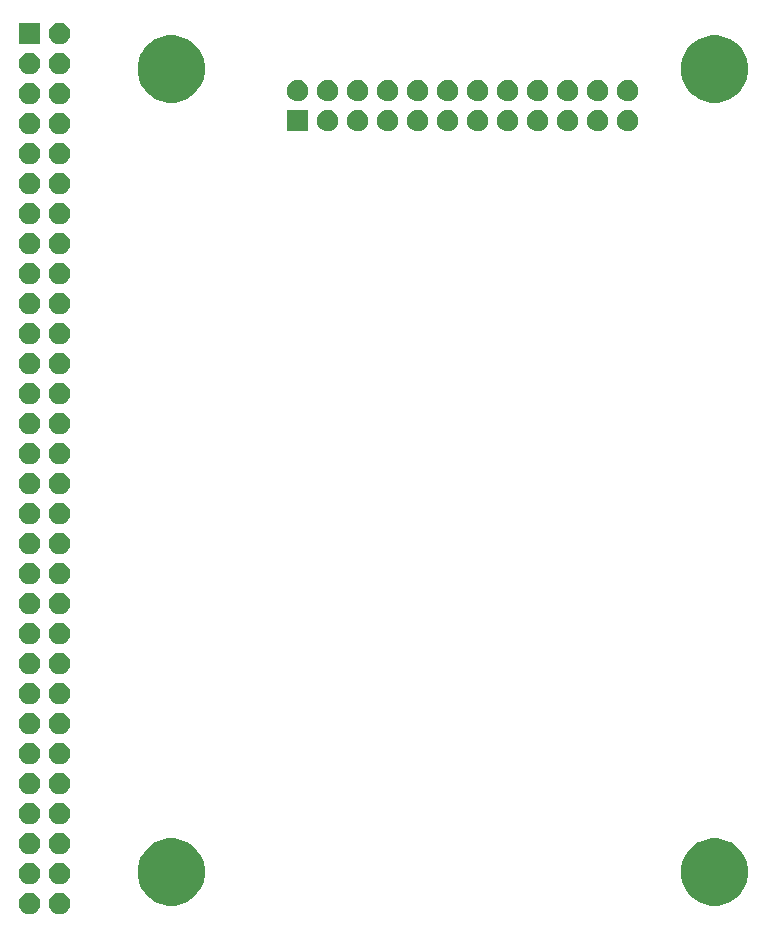
<source format=gbs>
%TF.GenerationSoftware,KiCad,Pcbnew,5.1.5+dfsg1-2build2*%
%TF.CreationDate,2023-12-12T18:10:08-06:00*%
%TF.ProjectId,2067-Z8S180,32303637-2d5a-4385-9331-38302e6b6963,rev?*%
%TF.SameCoordinates,Original*%
%TF.FileFunction,Soldermask,Bot*%
%TF.FilePolarity,Negative*%
%FSLAX46Y46*%
G04 Gerber Fmt 4.6, Leading zero omitted, Abs format (unit mm)*
G04 Created by KiCad (PCBNEW 5.1.5+dfsg1-2build2) date 2023-12-12 18:10:08*
%MOMM*%
%LPD*%
G04 APERTURE LIST*
%ADD10C,0.100000*%
G04 APERTURE END LIST*
D10*
G36*
X94653512Y-114763927D02*
G01*
X94802812Y-114793624D01*
X94966784Y-114861544D01*
X95114354Y-114960147D01*
X95239853Y-115085646D01*
X95338456Y-115233216D01*
X95406376Y-115397188D01*
X95441000Y-115571259D01*
X95441000Y-115748741D01*
X95406376Y-115922812D01*
X95338456Y-116086784D01*
X95239853Y-116234354D01*
X95114354Y-116359853D01*
X94966784Y-116458456D01*
X94802812Y-116526376D01*
X94653512Y-116556073D01*
X94628742Y-116561000D01*
X94451258Y-116561000D01*
X94426488Y-116556073D01*
X94277188Y-116526376D01*
X94113216Y-116458456D01*
X93965646Y-116359853D01*
X93840147Y-116234354D01*
X93741544Y-116086784D01*
X93673624Y-115922812D01*
X93639000Y-115748741D01*
X93639000Y-115571259D01*
X93673624Y-115397188D01*
X93741544Y-115233216D01*
X93840147Y-115085646D01*
X93965646Y-114960147D01*
X94113216Y-114861544D01*
X94277188Y-114793624D01*
X94426488Y-114763927D01*
X94451258Y-114759000D01*
X94628742Y-114759000D01*
X94653512Y-114763927D01*
G37*
G36*
X92113512Y-114763927D02*
G01*
X92262812Y-114793624D01*
X92426784Y-114861544D01*
X92574354Y-114960147D01*
X92699853Y-115085646D01*
X92798456Y-115233216D01*
X92866376Y-115397188D01*
X92901000Y-115571259D01*
X92901000Y-115748741D01*
X92866376Y-115922812D01*
X92798456Y-116086784D01*
X92699853Y-116234354D01*
X92574354Y-116359853D01*
X92426784Y-116458456D01*
X92262812Y-116526376D01*
X92113512Y-116556073D01*
X92088742Y-116561000D01*
X91911258Y-116561000D01*
X91886488Y-116556073D01*
X91737188Y-116526376D01*
X91573216Y-116458456D01*
X91425646Y-116359853D01*
X91300147Y-116234354D01*
X91201544Y-116086784D01*
X91133624Y-115922812D01*
X91099000Y-115748741D01*
X91099000Y-115571259D01*
X91133624Y-115397188D01*
X91201544Y-115233216D01*
X91300147Y-115085646D01*
X91425646Y-114960147D01*
X91573216Y-114861544D01*
X91737188Y-114793624D01*
X91886488Y-114763927D01*
X91911258Y-114759000D01*
X92088742Y-114759000D01*
X92113512Y-114763927D01*
G37*
G36*
X150831313Y-110259523D02*
G01*
X151349980Y-110474362D01*
X151375268Y-110491259D01*
X151816769Y-110786260D01*
X152213740Y-111183231D01*
X152344185Y-111378456D01*
X152525638Y-111650020D01*
X152740477Y-112168687D01*
X152850000Y-112719298D01*
X152850000Y-113280702D01*
X152740477Y-113831313D01*
X152525638Y-114349980D01*
X152525637Y-114349981D01*
X152213740Y-114816769D01*
X151816769Y-115213740D01*
X151542219Y-115397188D01*
X151349980Y-115525638D01*
X150831313Y-115740477D01*
X150280702Y-115850000D01*
X149719298Y-115850000D01*
X149168687Y-115740477D01*
X148650020Y-115525638D01*
X148457781Y-115397188D01*
X148183231Y-115213740D01*
X147786260Y-114816769D01*
X147474363Y-114349981D01*
X147474362Y-114349980D01*
X147259523Y-113831313D01*
X147150000Y-113280702D01*
X147150000Y-112719298D01*
X147259523Y-112168687D01*
X147474362Y-111650020D01*
X147655815Y-111378456D01*
X147786260Y-111183231D01*
X148183231Y-110786260D01*
X148624732Y-110491259D01*
X148650020Y-110474362D01*
X149168687Y-110259523D01*
X149719298Y-110150000D01*
X150280702Y-110150000D01*
X150831313Y-110259523D01*
G37*
G36*
X104831313Y-110259523D02*
G01*
X105349980Y-110474362D01*
X105375268Y-110491259D01*
X105816769Y-110786260D01*
X106213740Y-111183231D01*
X106344185Y-111378456D01*
X106525638Y-111650020D01*
X106740477Y-112168687D01*
X106850000Y-112719298D01*
X106850000Y-113280702D01*
X106740477Y-113831313D01*
X106525638Y-114349980D01*
X106525637Y-114349981D01*
X106213740Y-114816769D01*
X105816769Y-115213740D01*
X105542219Y-115397188D01*
X105349980Y-115525638D01*
X104831313Y-115740477D01*
X104280702Y-115850000D01*
X103719298Y-115850000D01*
X103168687Y-115740477D01*
X102650020Y-115525638D01*
X102457781Y-115397188D01*
X102183231Y-115213740D01*
X101786260Y-114816769D01*
X101474363Y-114349981D01*
X101474362Y-114349980D01*
X101259523Y-113831313D01*
X101150000Y-113280702D01*
X101150000Y-112719298D01*
X101259523Y-112168687D01*
X101474362Y-111650020D01*
X101655815Y-111378456D01*
X101786260Y-111183231D01*
X102183231Y-110786260D01*
X102624732Y-110491259D01*
X102650020Y-110474362D01*
X103168687Y-110259523D01*
X103719298Y-110150000D01*
X104280702Y-110150000D01*
X104831313Y-110259523D01*
G37*
G36*
X94653512Y-112223927D02*
G01*
X94802812Y-112253624D01*
X94966784Y-112321544D01*
X95114354Y-112420147D01*
X95239853Y-112545646D01*
X95338456Y-112693216D01*
X95406376Y-112857188D01*
X95441000Y-113031259D01*
X95441000Y-113208741D01*
X95406376Y-113382812D01*
X95338456Y-113546784D01*
X95239853Y-113694354D01*
X95114354Y-113819853D01*
X94966784Y-113918456D01*
X94802812Y-113986376D01*
X94653512Y-114016073D01*
X94628742Y-114021000D01*
X94451258Y-114021000D01*
X94426488Y-114016073D01*
X94277188Y-113986376D01*
X94113216Y-113918456D01*
X93965646Y-113819853D01*
X93840147Y-113694354D01*
X93741544Y-113546784D01*
X93673624Y-113382812D01*
X93639000Y-113208741D01*
X93639000Y-113031259D01*
X93673624Y-112857188D01*
X93741544Y-112693216D01*
X93840147Y-112545646D01*
X93965646Y-112420147D01*
X94113216Y-112321544D01*
X94277188Y-112253624D01*
X94426488Y-112223927D01*
X94451258Y-112219000D01*
X94628742Y-112219000D01*
X94653512Y-112223927D01*
G37*
G36*
X92113512Y-112223927D02*
G01*
X92262812Y-112253624D01*
X92426784Y-112321544D01*
X92574354Y-112420147D01*
X92699853Y-112545646D01*
X92798456Y-112693216D01*
X92866376Y-112857188D01*
X92901000Y-113031259D01*
X92901000Y-113208741D01*
X92866376Y-113382812D01*
X92798456Y-113546784D01*
X92699853Y-113694354D01*
X92574354Y-113819853D01*
X92426784Y-113918456D01*
X92262812Y-113986376D01*
X92113512Y-114016073D01*
X92088742Y-114021000D01*
X91911258Y-114021000D01*
X91886488Y-114016073D01*
X91737188Y-113986376D01*
X91573216Y-113918456D01*
X91425646Y-113819853D01*
X91300147Y-113694354D01*
X91201544Y-113546784D01*
X91133624Y-113382812D01*
X91099000Y-113208741D01*
X91099000Y-113031259D01*
X91133624Y-112857188D01*
X91201544Y-112693216D01*
X91300147Y-112545646D01*
X91425646Y-112420147D01*
X91573216Y-112321544D01*
X91737188Y-112253624D01*
X91886488Y-112223927D01*
X91911258Y-112219000D01*
X92088742Y-112219000D01*
X92113512Y-112223927D01*
G37*
G36*
X92113512Y-109683927D02*
G01*
X92262812Y-109713624D01*
X92426784Y-109781544D01*
X92574354Y-109880147D01*
X92699853Y-110005646D01*
X92798456Y-110153216D01*
X92866376Y-110317188D01*
X92901000Y-110491259D01*
X92901000Y-110668741D01*
X92866376Y-110842812D01*
X92798456Y-111006784D01*
X92699853Y-111154354D01*
X92574354Y-111279853D01*
X92426784Y-111378456D01*
X92262812Y-111446376D01*
X92113512Y-111476073D01*
X92088742Y-111481000D01*
X91911258Y-111481000D01*
X91886488Y-111476073D01*
X91737188Y-111446376D01*
X91573216Y-111378456D01*
X91425646Y-111279853D01*
X91300147Y-111154354D01*
X91201544Y-111006784D01*
X91133624Y-110842812D01*
X91099000Y-110668741D01*
X91099000Y-110491259D01*
X91133624Y-110317188D01*
X91201544Y-110153216D01*
X91300147Y-110005646D01*
X91425646Y-109880147D01*
X91573216Y-109781544D01*
X91737188Y-109713624D01*
X91886488Y-109683927D01*
X91911258Y-109679000D01*
X92088742Y-109679000D01*
X92113512Y-109683927D01*
G37*
G36*
X94653512Y-109683927D02*
G01*
X94802812Y-109713624D01*
X94966784Y-109781544D01*
X95114354Y-109880147D01*
X95239853Y-110005646D01*
X95338456Y-110153216D01*
X95406376Y-110317188D01*
X95441000Y-110491259D01*
X95441000Y-110668741D01*
X95406376Y-110842812D01*
X95338456Y-111006784D01*
X95239853Y-111154354D01*
X95114354Y-111279853D01*
X94966784Y-111378456D01*
X94802812Y-111446376D01*
X94653512Y-111476073D01*
X94628742Y-111481000D01*
X94451258Y-111481000D01*
X94426488Y-111476073D01*
X94277188Y-111446376D01*
X94113216Y-111378456D01*
X93965646Y-111279853D01*
X93840147Y-111154354D01*
X93741544Y-111006784D01*
X93673624Y-110842812D01*
X93639000Y-110668741D01*
X93639000Y-110491259D01*
X93673624Y-110317188D01*
X93741544Y-110153216D01*
X93840147Y-110005646D01*
X93965646Y-109880147D01*
X94113216Y-109781544D01*
X94277188Y-109713624D01*
X94426488Y-109683927D01*
X94451258Y-109679000D01*
X94628742Y-109679000D01*
X94653512Y-109683927D01*
G37*
G36*
X94653512Y-107143927D02*
G01*
X94802812Y-107173624D01*
X94966784Y-107241544D01*
X95114354Y-107340147D01*
X95239853Y-107465646D01*
X95338456Y-107613216D01*
X95406376Y-107777188D01*
X95441000Y-107951259D01*
X95441000Y-108128741D01*
X95406376Y-108302812D01*
X95338456Y-108466784D01*
X95239853Y-108614354D01*
X95114354Y-108739853D01*
X94966784Y-108838456D01*
X94802812Y-108906376D01*
X94653512Y-108936073D01*
X94628742Y-108941000D01*
X94451258Y-108941000D01*
X94426488Y-108936073D01*
X94277188Y-108906376D01*
X94113216Y-108838456D01*
X93965646Y-108739853D01*
X93840147Y-108614354D01*
X93741544Y-108466784D01*
X93673624Y-108302812D01*
X93639000Y-108128741D01*
X93639000Y-107951259D01*
X93673624Y-107777188D01*
X93741544Y-107613216D01*
X93840147Y-107465646D01*
X93965646Y-107340147D01*
X94113216Y-107241544D01*
X94277188Y-107173624D01*
X94426488Y-107143927D01*
X94451258Y-107139000D01*
X94628742Y-107139000D01*
X94653512Y-107143927D01*
G37*
G36*
X92113512Y-107143927D02*
G01*
X92262812Y-107173624D01*
X92426784Y-107241544D01*
X92574354Y-107340147D01*
X92699853Y-107465646D01*
X92798456Y-107613216D01*
X92866376Y-107777188D01*
X92901000Y-107951259D01*
X92901000Y-108128741D01*
X92866376Y-108302812D01*
X92798456Y-108466784D01*
X92699853Y-108614354D01*
X92574354Y-108739853D01*
X92426784Y-108838456D01*
X92262812Y-108906376D01*
X92113512Y-108936073D01*
X92088742Y-108941000D01*
X91911258Y-108941000D01*
X91886488Y-108936073D01*
X91737188Y-108906376D01*
X91573216Y-108838456D01*
X91425646Y-108739853D01*
X91300147Y-108614354D01*
X91201544Y-108466784D01*
X91133624Y-108302812D01*
X91099000Y-108128741D01*
X91099000Y-107951259D01*
X91133624Y-107777188D01*
X91201544Y-107613216D01*
X91300147Y-107465646D01*
X91425646Y-107340147D01*
X91573216Y-107241544D01*
X91737188Y-107173624D01*
X91886488Y-107143927D01*
X91911258Y-107139000D01*
X92088742Y-107139000D01*
X92113512Y-107143927D01*
G37*
G36*
X94653512Y-104603927D02*
G01*
X94802812Y-104633624D01*
X94966784Y-104701544D01*
X95114354Y-104800147D01*
X95239853Y-104925646D01*
X95338456Y-105073216D01*
X95406376Y-105237188D01*
X95441000Y-105411259D01*
X95441000Y-105588741D01*
X95406376Y-105762812D01*
X95338456Y-105926784D01*
X95239853Y-106074354D01*
X95114354Y-106199853D01*
X94966784Y-106298456D01*
X94802812Y-106366376D01*
X94653512Y-106396073D01*
X94628742Y-106401000D01*
X94451258Y-106401000D01*
X94426488Y-106396073D01*
X94277188Y-106366376D01*
X94113216Y-106298456D01*
X93965646Y-106199853D01*
X93840147Y-106074354D01*
X93741544Y-105926784D01*
X93673624Y-105762812D01*
X93639000Y-105588741D01*
X93639000Y-105411259D01*
X93673624Y-105237188D01*
X93741544Y-105073216D01*
X93840147Y-104925646D01*
X93965646Y-104800147D01*
X94113216Y-104701544D01*
X94277188Y-104633624D01*
X94426488Y-104603927D01*
X94451258Y-104599000D01*
X94628742Y-104599000D01*
X94653512Y-104603927D01*
G37*
G36*
X92113512Y-104603927D02*
G01*
X92262812Y-104633624D01*
X92426784Y-104701544D01*
X92574354Y-104800147D01*
X92699853Y-104925646D01*
X92798456Y-105073216D01*
X92866376Y-105237188D01*
X92901000Y-105411259D01*
X92901000Y-105588741D01*
X92866376Y-105762812D01*
X92798456Y-105926784D01*
X92699853Y-106074354D01*
X92574354Y-106199853D01*
X92426784Y-106298456D01*
X92262812Y-106366376D01*
X92113512Y-106396073D01*
X92088742Y-106401000D01*
X91911258Y-106401000D01*
X91886488Y-106396073D01*
X91737188Y-106366376D01*
X91573216Y-106298456D01*
X91425646Y-106199853D01*
X91300147Y-106074354D01*
X91201544Y-105926784D01*
X91133624Y-105762812D01*
X91099000Y-105588741D01*
X91099000Y-105411259D01*
X91133624Y-105237188D01*
X91201544Y-105073216D01*
X91300147Y-104925646D01*
X91425646Y-104800147D01*
X91573216Y-104701544D01*
X91737188Y-104633624D01*
X91886488Y-104603927D01*
X91911258Y-104599000D01*
X92088742Y-104599000D01*
X92113512Y-104603927D01*
G37*
G36*
X92113512Y-102063927D02*
G01*
X92262812Y-102093624D01*
X92426784Y-102161544D01*
X92574354Y-102260147D01*
X92699853Y-102385646D01*
X92798456Y-102533216D01*
X92866376Y-102697188D01*
X92901000Y-102871259D01*
X92901000Y-103048741D01*
X92866376Y-103222812D01*
X92798456Y-103386784D01*
X92699853Y-103534354D01*
X92574354Y-103659853D01*
X92426784Y-103758456D01*
X92262812Y-103826376D01*
X92113512Y-103856073D01*
X92088742Y-103861000D01*
X91911258Y-103861000D01*
X91886488Y-103856073D01*
X91737188Y-103826376D01*
X91573216Y-103758456D01*
X91425646Y-103659853D01*
X91300147Y-103534354D01*
X91201544Y-103386784D01*
X91133624Y-103222812D01*
X91099000Y-103048741D01*
X91099000Y-102871259D01*
X91133624Y-102697188D01*
X91201544Y-102533216D01*
X91300147Y-102385646D01*
X91425646Y-102260147D01*
X91573216Y-102161544D01*
X91737188Y-102093624D01*
X91886488Y-102063927D01*
X91911258Y-102059000D01*
X92088742Y-102059000D01*
X92113512Y-102063927D01*
G37*
G36*
X94653512Y-102063927D02*
G01*
X94802812Y-102093624D01*
X94966784Y-102161544D01*
X95114354Y-102260147D01*
X95239853Y-102385646D01*
X95338456Y-102533216D01*
X95406376Y-102697188D01*
X95441000Y-102871259D01*
X95441000Y-103048741D01*
X95406376Y-103222812D01*
X95338456Y-103386784D01*
X95239853Y-103534354D01*
X95114354Y-103659853D01*
X94966784Y-103758456D01*
X94802812Y-103826376D01*
X94653512Y-103856073D01*
X94628742Y-103861000D01*
X94451258Y-103861000D01*
X94426488Y-103856073D01*
X94277188Y-103826376D01*
X94113216Y-103758456D01*
X93965646Y-103659853D01*
X93840147Y-103534354D01*
X93741544Y-103386784D01*
X93673624Y-103222812D01*
X93639000Y-103048741D01*
X93639000Y-102871259D01*
X93673624Y-102697188D01*
X93741544Y-102533216D01*
X93840147Y-102385646D01*
X93965646Y-102260147D01*
X94113216Y-102161544D01*
X94277188Y-102093624D01*
X94426488Y-102063927D01*
X94451258Y-102059000D01*
X94628742Y-102059000D01*
X94653512Y-102063927D01*
G37*
G36*
X94653512Y-99523927D02*
G01*
X94802812Y-99553624D01*
X94966784Y-99621544D01*
X95114354Y-99720147D01*
X95239853Y-99845646D01*
X95338456Y-99993216D01*
X95406376Y-100157188D01*
X95441000Y-100331259D01*
X95441000Y-100508741D01*
X95406376Y-100682812D01*
X95338456Y-100846784D01*
X95239853Y-100994354D01*
X95114354Y-101119853D01*
X94966784Y-101218456D01*
X94802812Y-101286376D01*
X94653512Y-101316073D01*
X94628742Y-101321000D01*
X94451258Y-101321000D01*
X94426488Y-101316073D01*
X94277188Y-101286376D01*
X94113216Y-101218456D01*
X93965646Y-101119853D01*
X93840147Y-100994354D01*
X93741544Y-100846784D01*
X93673624Y-100682812D01*
X93639000Y-100508741D01*
X93639000Y-100331259D01*
X93673624Y-100157188D01*
X93741544Y-99993216D01*
X93840147Y-99845646D01*
X93965646Y-99720147D01*
X94113216Y-99621544D01*
X94277188Y-99553624D01*
X94426488Y-99523927D01*
X94451258Y-99519000D01*
X94628742Y-99519000D01*
X94653512Y-99523927D01*
G37*
G36*
X92113512Y-99523927D02*
G01*
X92262812Y-99553624D01*
X92426784Y-99621544D01*
X92574354Y-99720147D01*
X92699853Y-99845646D01*
X92798456Y-99993216D01*
X92866376Y-100157188D01*
X92901000Y-100331259D01*
X92901000Y-100508741D01*
X92866376Y-100682812D01*
X92798456Y-100846784D01*
X92699853Y-100994354D01*
X92574354Y-101119853D01*
X92426784Y-101218456D01*
X92262812Y-101286376D01*
X92113512Y-101316073D01*
X92088742Y-101321000D01*
X91911258Y-101321000D01*
X91886488Y-101316073D01*
X91737188Y-101286376D01*
X91573216Y-101218456D01*
X91425646Y-101119853D01*
X91300147Y-100994354D01*
X91201544Y-100846784D01*
X91133624Y-100682812D01*
X91099000Y-100508741D01*
X91099000Y-100331259D01*
X91133624Y-100157188D01*
X91201544Y-99993216D01*
X91300147Y-99845646D01*
X91425646Y-99720147D01*
X91573216Y-99621544D01*
X91737188Y-99553624D01*
X91886488Y-99523927D01*
X91911258Y-99519000D01*
X92088742Y-99519000D01*
X92113512Y-99523927D01*
G37*
G36*
X92113512Y-96983927D02*
G01*
X92262812Y-97013624D01*
X92426784Y-97081544D01*
X92574354Y-97180147D01*
X92699853Y-97305646D01*
X92798456Y-97453216D01*
X92866376Y-97617188D01*
X92901000Y-97791259D01*
X92901000Y-97968741D01*
X92866376Y-98142812D01*
X92798456Y-98306784D01*
X92699853Y-98454354D01*
X92574354Y-98579853D01*
X92426784Y-98678456D01*
X92262812Y-98746376D01*
X92113512Y-98776073D01*
X92088742Y-98781000D01*
X91911258Y-98781000D01*
X91886488Y-98776073D01*
X91737188Y-98746376D01*
X91573216Y-98678456D01*
X91425646Y-98579853D01*
X91300147Y-98454354D01*
X91201544Y-98306784D01*
X91133624Y-98142812D01*
X91099000Y-97968741D01*
X91099000Y-97791259D01*
X91133624Y-97617188D01*
X91201544Y-97453216D01*
X91300147Y-97305646D01*
X91425646Y-97180147D01*
X91573216Y-97081544D01*
X91737188Y-97013624D01*
X91886488Y-96983927D01*
X91911258Y-96979000D01*
X92088742Y-96979000D01*
X92113512Y-96983927D01*
G37*
G36*
X94653512Y-96983927D02*
G01*
X94802812Y-97013624D01*
X94966784Y-97081544D01*
X95114354Y-97180147D01*
X95239853Y-97305646D01*
X95338456Y-97453216D01*
X95406376Y-97617188D01*
X95441000Y-97791259D01*
X95441000Y-97968741D01*
X95406376Y-98142812D01*
X95338456Y-98306784D01*
X95239853Y-98454354D01*
X95114354Y-98579853D01*
X94966784Y-98678456D01*
X94802812Y-98746376D01*
X94653512Y-98776073D01*
X94628742Y-98781000D01*
X94451258Y-98781000D01*
X94426488Y-98776073D01*
X94277188Y-98746376D01*
X94113216Y-98678456D01*
X93965646Y-98579853D01*
X93840147Y-98454354D01*
X93741544Y-98306784D01*
X93673624Y-98142812D01*
X93639000Y-97968741D01*
X93639000Y-97791259D01*
X93673624Y-97617188D01*
X93741544Y-97453216D01*
X93840147Y-97305646D01*
X93965646Y-97180147D01*
X94113216Y-97081544D01*
X94277188Y-97013624D01*
X94426488Y-96983927D01*
X94451258Y-96979000D01*
X94628742Y-96979000D01*
X94653512Y-96983927D01*
G37*
G36*
X94653512Y-94443927D02*
G01*
X94802812Y-94473624D01*
X94966784Y-94541544D01*
X95114354Y-94640147D01*
X95239853Y-94765646D01*
X95338456Y-94913216D01*
X95406376Y-95077188D01*
X95441000Y-95251259D01*
X95441000Y-95428741D01*
X95406376Y-95602812D01*
X95338456Y-95766784D01*
X95239853Y-95914354D01*
X95114354Y-96039853D01*
X94966784Y-96138456D01*
X94802812Y-96206376D01*
X94653512Y-96236073D01*
X94628742Y-96241000D01*
X94451258Y-96241000D01*
X94426488Y-96236073D01*
X94277188Y-96206376D01*
X94113216Y-96138456D01*
X93965646Y-96039853D01*
X93840147Y-95914354D01*
X93741544Y-95766784D01*
X93673624Y-95602812D01*
X93639000Y-95428741D01*
X93639000Y-95251259D01*
X93673624Y-95077188D01*
X93741544Y-94913216D01*
X93840147Y-94765646D01*
X93965646Y-94640147D01*
X94113216Y-94541544D01*
X94277188Y-94473624D01*
X94426488Y-94443927D01*
X94451258Y-94439000D01*
X94628742Y-94439000D01*
X94653512Y-94443927D01*
G37*
G36*
X92113512Y-94443927D02*
G01*
X92262812Y-94473624D01*
X92426784Y-94541544D01*
X92574354Y-94640147D01*
X92699853Y-94765646D01*
X92798456Y-94913216D01*
X92866376Y-95077188D01*
X92901000Y-95251259D01*
X92901000Y-95428741D01*
X92866376Y-95602812D01*
X92798456Y-95766784D01*
X92699853Y-95914354D01*
X92574354Y-96039853D01*
X92426784Y-96138456D01*
X92262812Y-96206376D01*
X92113512Y-96236073D01*
X92088742Y-96241000D01*
X91911258Y-96241000D01*
X91886488Y-96236073D01*
X91737188Y-96206376D01*
X91573216Y-96138456D01*
X91425646Y-96039853D01*
X91300147Y-95914354D01*
X91201544Y-95766784D01*
X91133624Y-95602812D01*
X91099000Y-95428741D01*
X91099000Y-95251259D01*
X91133624Y-95077188D01*
X91201544Y-94913216D01*
X91300147Y-94765646D01*
X91425646Y-94640147D01*
X91573216Y-94541544D01*
X91737188Y-94473624D01*
X91886488Y-94443927D01*
X91911258Y-94439000D01*
X92088742Y-94439000D01*
X92113512Y-94443927D01*
G37*
G36*
X94653512Y-91903927D02*
G01*
X94802812Y-91933624D01*
X94966784Y-92001544D01*
X95114354Y-92100147D01*
X95239853Y-92225646D01*
X95338456Y-92373216D01*
X95406376Y-92537188D01*
X95441000Y-92711259D01*
X95441000Y-92888741D01*
X95406376Y-93062812D01*
X95338456Y-93226784D01*
X95239853Y-93374354D01*
X95114354Y-93499853D01*
X94966784Y-93598456D01*
X94802812Y-93666376D01*
X94653512Y-93696073D01*
X94628742Y-93701000D01*
X94451258Y-93701000D01*
X94426488Y-93696073D01*
X94277188Y-93666376D01*
X94113216Y-93598456D01*
X93965646Y-93499853D01*
X93840147Y-93374354D01*
X93741544Y-93226784D01*
X93673624Y-93062812D01*
X93639000Y-92888741D01*
X93639000Y-92711259D01*
X93673624Y-92537188D01*
X93741544Y-92373216D01*
X93840147Y-92225646D01*
X93965646Y-92100147D01*
X94113216Y-92001544D01*
X94277188Y-91933624D01*
X94426488Y-91903927D01*
X94451258Y-91899000D01*
X94628742Y-91899000D01*
X94653512Y-91903927D01*
G37*
G36*
X92113512Y-91903927D02*
G01*
X92262812Y-91933624D01*
X92426784Y-92001544D01*
X92574354Y-92100147D01*
X92699853Y-92225646D01*
X92798456Y-92373216D01*
X92866376Y-92537188D01*
X92901000Y-92711259D01*
X92901000Y-92888741D01*
X92866376Y-93062812D01*
X92798456Y-93226784D01*
X92699853Y-93374354D01*
X92574354Y-93499853D01*
X92426784Y-93598456D01*
X92262812Y-93666376D01*
X92113512Y-93696073D01*
X92088742Y-93701000D01*
X91911258Y-93701000D01*
X91886488Y-93696073D01*
X91737188Y-93666376D01*
X91573216Y-93598456D01*
X91425646Y-93499853D01*
X91300147Y-93374354D01*
X91201544Y-93226784D01*
X91133624Y-93062812D01*
X91099000Y-92888741D01*
X91099000Y-92711259D01*
X91133624Y-92537188D01*
X91201544Y-92373216D01*
X91300147Y-92225646D01*
X91425646Y-92100147D01*
X91573216Y-92001544D01*
X91737188Y-91933624D01*
X91886488Y-91903927D01*
X91911258Y-91899000D01*
X92088742Y-91899000D01*
X92113512Y-91903927D01*
G37*
G36*
X92113512Y-89363927D02*
G01*
X92262812Y-89393624D01*
X92426784Y-89461544D01*
X92574354Y-89560147D01*
X92699853Y-89685646D01*
X92798456Y-89833216D01*
X92866376Y-89997188D01*
X92901000Y-90171259D01*
X92901000Y-90348741D01*
X92866376Y-90522812D01*
X92798456Y-90686784D01*
X92699853Y-90834354D01*
X92574354Y-90959853D01*
X92426784Y-91058456D01*
X92262812Y-91126376D01*
X92113512Y-91156073D01*
X92088742Y-91161000D01*
X91911258Y-91161000D01*
X91886488Y-91156073D01*
X91737188Y-91126376D01*
X91573216Y-91058456D01*
X91425646Y-90959853D01*
X91300147Y-90834354D01*
X91201544Y-90686784D01*
X91133624Y-90522812D01*
X91099000Y-90348741D01*
X91099000Y-90171259D01*
X91133624Y-89997188D01*
X91201544Y-89833216D01*
X91300147Y-89685646D01*
X91425646Y-89560147D01*
X91573216Y-89461544D01*
X91737188Y-89393624D01*
X91886488Y-89363927D01*
X91911258Y-89359000D01*
X92088742Y-89359000D01*
X92113512Y-89363927D01*
G37*
G36*
X94653512Y-89363927D02*
G01*
X94802812Y-89393624D01*
X94966784Y-89461544D01*
X95114354Y-89560147D01*
X95239853Y-89685646D01*
X95338456Y-89833216D01*
X95406376Y-89997188D01*
X95441000Y-90171259D01*
X95441000Y-90348741D01*
X95406376Y-90522812D01*
X95338456Y-90686784D01*
X95239853Y-90834354D01*
X95114354Y-90959853D01*
X94966784Y-91058456D01*
X94802812Y-91126376D01*
X94653512Y-91156073D01*
X94628742Y-91161000D01*
X94451258Y-91161000D01*
X94426488Y-91156073D01*
X94277188Y-91126376D01*
X94113216Y-91058456D01*
X93965646Y-90959853D01*
X93840147Y-90834354D01*
X93741544Y-90686784D01*
X93673624Y-90522812D01*
X93639000Y-90348741D01*
X93639000Y-90171259D01*
X93673624Y-89997188D01*
X93741544Y-89833216D01*
X93840147Y-89685646D01*
X93965646Y-89560147D01*
X94113216Y-89461544D01*
X94277188Y-89393624D01*
X94426488Y-89363927D01*
X94451258Y-89359000D01*
X94628742Y-89359000D01*
X94653512Y-89363927D01*
G37*
G36*
X94653512Y-86823927D02*
G01*
X94802812Y-86853624D01*
X94966784Y-86921544D01*
X95114354Y-87020147D01*
X95239853Y-87145646D01*
X95338456Y-87293216D01*
X95406376Y-87457188D01*
X95441000Y-87631259D01*
X95441000Y-87808741D01*
X95406376Y-87982812D01*
X95338456Y-88146784D01*
X95239853Y-88294354D01*
X95114354Y-88419853D01*
X94966784Y-88518456D01*
X94802812Y-88586376D01*
X94653512Y-88616073D01*
X94628742Y-88621000D01*
X94451258Y-88621000D01*
X94426488Y-88616073D01*
X94277188Y-88586376D01*
X94113216Y-88518456D01*
X93965646Y-88419853D01*
X93840147Y-88294354D01*
X93741544Y-88146784D01*
X93673624Y-87982812D01*
X93639000Y-87808741D01*
X93639000Y-87631259D01*
X93673624Y-87457188D01*
X93741544Y-87293216D01*
X93840147Y-87145646D01*
X93965646Y-87020147D01*
X94113216Y-86921544D01*
X94277188Y-86853624D01*
X94426488Y-86823927D01*
X94451258Y-86819000D01*
X94628742Y-86819000D01*
X94653512Y-86823927D01*
G37*
G36*
X92113512Y-86823927D02*
G01*
X92262812Y-86853624D01*
X92426784Y-86921544D01*
X92574354Y-87020147D01*
X92699853Y-87145646D01*
X92798456Y-87293216D01*
X92866376Y-87457188D01*
X92901000Y-87631259D01*
X92901000Y-87808741D01*
X92866376Y-87982812D01*
X92798456Y-88146784D01*
X92699853Y-88294354D01*
X92574354Y-88419853D01*
X92426784Y-88518456D01*
X92262812Y-88586376D01*
X92113512Y-88616073D01*
X92088742Y-88621000D01*
X91911258Y-88621000D01*
X91886488Y-88616073D01*
X91737188Y-88586376D01*
X91573216Y-88518456D01*
X91425646Y-88419853D01*
X91300147Y-88294354D01*
X91201544Y-88146784D01*
X91133624Y-87982812D01*
X91099000Y-87808741D01*
X91099000Y-87631259D01*
X91133624Y-87457188D01*
X91201544Y-87293216D01*
X91300147Y-87145646D01*
X91425646Y-87020147D01*
X91573216Y-86921544D01*
X91737188Y-86853624D01*
X91886488Y-86823927D01*
X91911258Y-86819000D01*
X92088742Y-86819000D01*
X92113512Y-86823927D01*
G37*
G36*
X92113512Y-84283927D02*
G01*
X92262812Y-84313624D01*
X92426784Y-84381544D01*
X92574354Y-84480147D01*
X92699853Y-84605646D01*
X92798456Y-84753216D01*
X92866376Y-84917188D01*
X92901000Y-85091259D01*
X92901000Y-85268741D01*
X92866376Y-85442812D01*
X92798456Y-85606784D01*
X92699853Y-85754354D01*
X92574354Y-85879853D01*
X92426784Y-85978456D01*
X92262812Y-86046376D01*
X92113512Y-86076073D01*
X92088742Y-86081000D01*
X91911258Y-86081000D01*
X91886488Y-86076073D01*
X91737188Y-86046376D01*
X91573216Y-85978456D01*
X91425646Y-85879853D01*
X91300147Y-85754354D01*
X91201544Y-85606784D01*
X91133624Y-85442812D01*
X91099000Y-85268741D01*
X91099000Y-85091259D01*
X91133624Y-84917188D01*
X91201544Y-84753216D01*
X91300147Y-84605646D01*
X91425646Y-84480147D01*
X91573216Y-84381544D01*
X91737188Y-84313624D01*
X91886488Y-84283927D01*
X91911258Y-84279000D01*
X92088742Y-84279000D01*
X92113512Y-84283927D01*
G37*
G36*
X94653512Y-84283927D02*
G01*
X94802812Y-84313624D01*
X94966784Y-84381544D01*
X95114354Y-84480147D01*
X95239853Y-84605646D01*
X95338456Y-84753216D01*
X95406376Y-84917188D01*
X95441000Y-85091259D01*
X95441000Y-85268741D01*
X95406376Y-85442812D01*
X95338456Y-85606784D01*
X95239853Y-85754354D01*
X95114354Y-85879853D01*
X94966784Y-85978456D01*
X94802812Y-86046376D01*
X94653512Y-86076073D01*
X94628742Y-86081000D01*
X94451258Y-86081000D01*
X94426488Y-86076073D01*
X94277188Y-86046376D01*
X94113216Y-85978456D01*
X93965646Y-85879853D01*
X93840147Y-85754354D01*
X93741544Y-85606784D01*
X93673624Y-85442812D01*
X93639000Y-85268741D01*
X93639000Y-85091259D01*
X93673624Y-84917188D01*
X93741544Y-84753216D01*
X93840147Y-84605646D01*
X93965646Y-84480147D01*
X94113216Y-84381544D01*
X94277188Y-84313624D01*
X94426488Y-84283927D01*
X94451258Y-84279000D01*
X94628742Y-84279000D01*
X94653512Y-84283927D01*
G37*
G36*
X94653512Y-81743927D02*
G01*
X94802812Y-81773624D01*
X94966784Y-81841544D01*
X95114354Y-81940147D01*
X95239853Y-82065646D01*
X95338456Y-82213216D01*
X95406376Y-82377188D01*
X95441000Y-82551259D01*
X95441000Y-82728741D01*
X95406376Y-82902812D01*
X95338456Y-83066784D01*
X95239853Y-83214354D01*
X95114354Y-83339853D01*
X94966784Y-83438456D01*
X94802812Y-83506376D01*
X94653512Y-83536073D01*
X94628742Y-83541000D01*
X94451258Y-83541000D01*
X94426488Y-83536073D01*
X94277188Y-83506376D01*
X94113216Y-83438456D01*
X93965646Y-83339853D01*
X93840147Y-83214354D01*
X93741544Y-83066784D01*
X93673624Y-82902812D01*
X93639000Y-82728741D01*
X93639000Y-82551259D01*
X93673624Y-82377188D01*
X93741544Y-82213216D01*
X93840147Y-82065646D01*
X93965646Y-81940147D01*
X94113216Y-81841544D01*
X94277188Y-81773624D01*
X94426488Y-81743927D01*
X94451258Y-81739000D01*
X94628742Y-81739000D01*
X94653512Y-81743927D01*
G37*
G36*
X92113512Y-81743927D02*
G01*
X92262812Y-81773624D01*
X92426784Y-81841544D01*
X92574354Y-81940147D01*
X92699853Y-82065646D01*
X92798456Y-82213216D01*
X92866376Y-82377188D01*
X92901000Y-82551259D01*
X92901000Y-82728741D01*
X92866376Y-82902812D01*
X92798456Y-83066784D01*
X92699853Y-83214354D01*
X92574354Y-83339853D01*
X92426784Y-83438456D01*
X92262812Y-83506376D01*
X92113512Y-83536073D01*
X92088742Y-83541000D01*
X91911258Y-83541000D01*
X91886488Y-83536073D01*
X91737188Y-83506376D01*
X91573216Y-83438456D01*
X91425646Y-83339853D01*
X91300147Y-83214354D01*
X91201544Y-83066784D01*
X91133624Y-82902812D01*
X91099000Y-82728741D01*
X91099000Y-82551259D01*
X91133624Y-82377188D01*
X91201544Y-82213216D01*
X91300147Y-82065646D01*
X91425646Y-81940147D01*
X91573216Y-81841544D01*
X91737188Y-81773624D01*
X91886488Y-81743927D01*
X91911258Y-81739000D01*
X92088742Y-81739000D01*
X92113512Y-81743927D01*
G37*
G36*
X94653512Y-79203927D02*
G01*
X94802812Y-79233624D01*
X94966784Y-79301544D01*
X95114354Y-79400147D01*
X95239853Y-79525646D01*
X95338456Y-79673216D01*
X95406376Y-79837188D01*
X95441000Y-80011259D01*
X95441000Y-80188741D01*
X95406376Y-80362812D01*
X95338456Y-80526784D01*
X95239853Y-80674354D01*
X95114354Y-80799853D01*
X94966784Y-80898456D01*
X94802812Y-80966376D01*
X94653512Y-80996073D01*
X94628742Y-81001000D01*
X94451258Y-81001000D01*
X94426488Y-80996073D01*
X94277188Y-80966376D01*
X94113216Y-80898456D01*
X93965646Y-80799853D01*
X93840147Y-80674354D01*
X93741544Y-80526784D01*
X93673624Y-80362812D01*
X93639000Y-80188741D01*
X93639000Y-80011259D01*
X93673624Y-79837188D01*
X93741544Y-79673216D01*
X93840147Y-79525646D01*
X93965646Y-79400147D01*
X94113216Y-79301544D01*
X94277188Y-79233624D01*
X94426488Y-79203927D01*
X94451258Y-79199000D01*
X94628742Y-79199000D01*
X94653512Y-79203927D01*
G37*
G36*
X92113512Y-79203927D02*
G01*
X92262812Y-79233624D01*
X92426784Y-79301544D01*
X92574354Y-79400147D01*
X92699853Y-79525646D01*
X92798456Y-79673216D01*
X92866376Y-79837188D01*
X92901000Y-80011259D01*
X92901000Y-80188741D01*
X92866376Y-80362812D01*
X92798456Y-80526784D01*
X92699853Y-80674354D01*
X92574354Y-80799853D01*
X92426784Y-80898456D01*
X92262812Y-80966376D01*
X92113512Y-80996073D01*
X92088742Y-81001000D01*
X91911258Y-81001000D01*
X91886488Y-80996073D01*
X91737188Y-80966376D01*
X91573216Y-80898456D01*
X91425646Y-80799853D01*
X91300147Y-80674354D01*
X91201544Y-80526784D01*
X91133624Y-80362812D01*
X91099000Y-80188741D01*
X91099000Y-80011259D01*
X91133624Y-79837188D01*
X91201544Y-79673216D01*
X91300147Y-79525646D01*
X91425646Y-79400147D01*
X91573216Y-79301544D01*
X91737188Y-79233624D01*
X91886488Y-79203927D01*
X91911258Y-79199000D01*
X92088742Y-79199000D01*
X92113512Y-79203927D01*
G37*
G36*
X94653512Y-76663927D02*
G01*
X94802812Y-76693624D01*
X94966784Y-76761544D01*
X95114354Y-76860147D01*
X95239853Y-76985646D01*
X95338456Y-77133216D01*
X95406376Y-77297188D01*
X95441000Y-77471259D01*
X95441000Y-77648741D01*
X95406376Y-77822812D01*
X95338456Y-77986784D01*
X95239853Y-78134354D01*
X95114354Y-78259853D01*
X94966784Y-78358456D01*
X94802812Y-78426376D01*
X94653512Y-78456073D01*
X94628742Y-78461000D01*
X94451258Y-78461000D01*
X94426488Y-78456073D01*
X94277188Y-78426376D01*
X94113216Y-78358456D01*
X93965646Y-78259853D01*
X93840147Y-78134354D01*
X93741544Y-77986784D01*
X93673624Y-77822812D01*
X93639000Y-77648741D01*
X93639000Y-77471259D01*
X93673624Y-77297188D01*
X93741544Y-77133216D01*
X93840147Y-76985646D01*
X93965646Y-76860147D01*
X94113216Y-76761544D01*
X94277188Y-76693624D01*
X94426488Y-76663927D01*
X94451258Y-76659000D01*
X94628742Y-76659000D01*
X94653512Y-76663927D01*
G37*
G36*
X92113512Y-76663927D02*
G01*
X92262812Y-76693624D01*
X92426784Y-76761544D01*
X92574354Y-76860147D01*
X92699853Y-76985646D01*
X92798456Y-77133216D01*
X92866376Y-77297188D01*
X92901000Y-77471259D01*
X92901000Y-77648741D01*
X92866376Y-77822812D01*
X92798456Y-77986784D01*
X92699853Y-78134354D01*
X92574354Y-78259853D01*
X92426784Y-78358456D01*
X92262812Y-78426376D01*
X92113512Y-78456073D01*
X92088742Y-78461000D01*
X91911258Y-78461000D01*
X91886488Y-78456073D01*
X91737188Y-78426376D01*
X91573216Y-78358456D01*
X91425646Y-78259853D01*
X91300147Y-78134354D01*
X91201544Y-77986784D01*
X91133624Y-77822812D01*
X91099000Y-77648741D01*
X91099000Y-77471259D01*
X91133624Y-77297188D01*
X91201544Y-77133216D01*
X91300147Y-76985646D01*
X91425646Y-76860147D01*
X91573216Y-76761544D01*
X91737188Y-76693624D01*
X91886488Y-76663927D01*
X91911258Y-76659000D01*
X92088742Y-76659000D01*
X92113512Y-76663927D01*
G37*
G36*
X94653512Y-74123927D02*
G01*
X94802812Y-74153624D01*
X94966784Y-74221544D01*
X95114354Y-74320147D01*
X95239853Y-74445646D01*
X95338456Y-74593216D01*
X95406376Y-74757188D01*
X95441000Y-74931259D01*
X95441000Y-75108741D01*
X95406376Y-75282812D01*
X95338456Y-75446784D01*
X95239853Y-75594354D01*
X95114354Y-75719853D01*
X94966784Y-75818456D01*
X94802812Y-75886376D01*
X94653512Y-75916073D01*
X94628742Y-75921000D01*
X94451258Y-75921000D01*
X94426488Y-75916073D01*
X94277188Y-75886376D01*
X94113216Y-75818456D01*
X93965646Y-75719853D01*
X93840147Y-75594354D01*
X93741544Y-75446784D01*
X93673624Y-75282812D01*
X93639000Y-75108741D01*
X93639000Y-74931259D01*
X93673624Y-74757188D01*
X93741544Y-74593216D01*
X93840147Y-74445646D01*
X93965646Y-74320147D01*
X94113216Y-74221544D01*
X94277188Y-74153624D01*
X94426488Y-74123927D01*
X94451258Y-74119000D01*
X94628742Y-74119000D01*
X94653512Y-74123927D01*
G37*
G36*
X92113512Y-74123927D02*
G01*
X92262812Y-74153624D01*
X92426784Y-74221544D01*
X92574354Y-74320147D01*
X92699853Y-74445646D01*
X92798456Y-74593216D01*
X92866376Y-74757188D01*
X92901000Y-74931259D01*
X92901000Y-75108741D01*
X92866376Y-75282812D01*
X92798456Y-75446784D01*
X92699853Y-75594354D01*
X92574354Y-75719853D01*
X92426784Y-75818456D01*
X92262812Y-75886376D01*
X92113512Y-75916073D01*
X92088742Y-75921000D01*
X91911258Y-75921000D01*
X91886488Y-75916073D01*
X91737188Y-75886376D01*
X91573216Y-75818456D01*
X91425646Y-75719853D01*
X91300147Y-75594354D01*
X91201544Y-75446784D01*
X91133624Y-75282812D01*
X91099000Y-75108741D01*
X91099000Y-74931259D01*
X91133624Y-74757188D01*
X91201544Y-74593216D01*
X91300147Y-74445646D01*
X91425646Y-74320147D01*
X91573216Y-74221544D01*
X91737188Y-74153624D01*
X91886488Y-74123927D01*
X91911258Y-74119000D01*
X92088742Y-74119000D01*
X92113512Y-74123927D01*
G37*
G36*
X94653512Y-71583927D02*
G01*
X94802812Y-71613624D01*
X94966784Y-71681544D01*
X95114354Y-71780147D01*
X95239853Y-71905646D01*
X95338456Y-72053216D01*
X95406376Y-72217188D01*
X95441000Y-72391259D01*
X95441000Y-72568741D01*
X95406376Y-72742812D01*
X95338456Y-72906784D01*
X95239853Y-73054354D01*
X95114354Y-73179853D01*
X94966784Y-73278456D01*
X94802812Y-73346376D01*
X94653512Y-73376073D01*
X94628742Y-73381000D01*
X94451258Y-73381000D01*
X94426488Y-73376073D01*
X94277188Y-73346376D01*
X94113216Y-73278456D01*
X93965646Y-73179853D01*
X93840147Y-73054354D01*
X93741544Y-72906784D01*
X93673624Y-72742812D01*
X93639000Y-72568741D01*
X93639000Y-72391259D01*
X93673624Y-72217188D01*
X93741544Y-72053216D01*
X93840147Y-71905646D01*
X93965646Y-71780147D01*
X94113216Y-71681544D01*
X94277188Y-71613624D01*
X94426488Y-71583927D01*
X94451258Y-71579000D01*
X94628742Y-71579000D01*
X94653512Y-71583927D01*
G37*
G36*
X92113512Y-71583927D02*
G01*
X92262812Y-71613624D01*
X92426784Y-71681544D01*
X92574354Y-71780147D01*
X92699853Y-71905646D01*
X92798456Y-72053216D01*
X92866376Y-72217188D01*
X92901000Y-72391259D01*
X92901000Y-72568741D01*
X92866376Y-72742812D01*
X92798456Y-72906784D01*
X92699853Y-73054354D01*
X92574354Y-73179853D01*
X92426784Y-73278456D01*
X92262812Y-73346376D01*
X92113512Y-73376073D01*
X92088742Y-73381000D01*
X91911258Y-73381000D01*
X91886488Y-73376073D01*
X91737188Y-73346376D01*
X91573216Y-73278456D01*
X91425646Y-73179853D01*
X91300147Y-73054354D01*
X91201544Y-72906784D01*
X91133624Y-72742812D01*
X91099000Y-72568741D01*
X91099000Y-72391259D01*
X91133624Y-72217188D01*
X91201544Y-72053216D01*
X91300147Y-71905646D01*
X91425646Y-71780147D01*
X91573216Y-71681544D01*
X91737188Y-71613624D01*
X91886488Y-71583927D01*
X91911258Y-71579000D01*
X92088742Y-71579000D01*
X92113512Y-71583927D01*
G37*
G36*
X92113512Y-69043927D02*
G01*
X92262812Y-69073624D01*
X92426784Y-69141544D01*
X92574354Y-69240147D01*
X92699853Y-69365646D01*
X92798456Y-69513216D01*
X92866376Y-69677188D01*
X92901000Y-69851259D01*
X92901000Y-70028741D01*
X92866376Y-70202812D01*
X92798456Y-70366784D01*
X92699853Y-70514354D01*
X92574354Y-70639853D01*
X92426784Y-70738456D01*
X92262812Y-70806376D01*
X92113512Y-70836073D01*
X92088742Y-70841000D01*
X91911258Y-70841000D01*
X91886488Y-70836073D01*
X91737188Y-70806376D01*
X91573216Y-70738456D01*
X91425646Y-70639853D01*
X91300147Y-70514354D01*
X91201544Y-70366784D01*
X91133624Y-70202812D01*
X91099000Y-70028741D01*
X91099000Y-69851259D01*
X91133624Y-69677188D01*
X91201544Y-69513216D01*
X91300147Y-69365646D01*
X91425646Y-69240147D01*
X91573216Y-69141544D01*
X91737188Y-69073624D01*
X91886488Y-69043927D01*
X91911258Y-69039000D01*
X92088742Y-69039000D01*
X92113512Y-69043927D01*
G37*
G36*
X94653512Y-69043927D02*
G01*
X94802812Y-69073624D01*
X94966784Y-69141544D01*
X95114354Y-69240147D01*
X95239853Y-69365646D01*
X95338456Y-69513216D01*
X95406376Y-69677188D01*
X95441000Y-69851259D01*
X95441000Y-70028741D01*
X95406376Y-70202812D01*
X95338456Y-70366784D01*
X95239853Y-70514354D01*
X95114354Y-70639853D01*
X94966784Y-70738456D01*
X94802812Y-70806376D01*
X94653512Y-70836073D01*
X94628742Y-70841000D01*
X94451258Y-70841000D01*
X94426488Y-70836073D01*
X94277188Y-70806376D01*
X94113216Y-70738456D01*
X93965646Y-70639853D01*
X93840147Y-70514354D01*
X93741544Y-70366784D01*
X93673624Y-70202812D01*
X93639000Y-70028741D01*
X93639000Y-69851259D01*
X93673624Y-69677188D01*
X93741544Y-69513216D01*
X93840147Y-69365646D01*
X93965646Y-69240147D01*
X94113216Y-69141544D01*
X94277188Y-69073624D01*
X94426488Y-69043927D01*
X94451258Y-69039000D01*
X94628742Y-69039000D01*
X94653512Y-69043927D01*
G37*
G36*
X92113512Y-66503927D02*
G01*
X92262812Y-66533624D01*
X92426784Y-66601544D01*
X92574354Y-66700147D01*
X92699853Y-66825646D01*
X92798456Y-66973216D01*
X92866376Y-67137188D01*
X92901000Y-67311259D01*
X92901000Y-67488741D01*
X92866376Y-67662812D01*
X92798456Y-67826784D01*
X92699853Y-67974354D01*
X92574354Y-68099853D01*
X92426784Y-68198456D01*
X92262812Y-68266376D01*
X92113512Y-68296073D01*
X92088742Y-68301000D01*
X91911258Y-68301000D01*
X91886488Y-68296073D01*
X91737188Y-68266376D01*
X91573216Y-68198456D01*
X91425646Y-68099853D01*
X91300147Y-67974354D01*
X91201544Y-67826784D01*
X91133624Y-67662812D01*
X91099000Y-67488741D01*
X91099000Y-67311259D01*
X91133624Y-67137188D01*
X91201544Y-66973216D01*
X91300147Y-66825646D01*
X91425646Y-66700147D01*
X91573216Y-66601544D01*
X91737188Y-66533624D01*
X91886488Y-66503927D01*
X91911258Y-66499000D01*
X92088742Y-66499000D01*
X92113512Y-66503927D01*
G37*
G36*
X94653512Y-66503927D02*
G01*
X94802812Y-66533624D01*
X94966784Y-66601544D01*
X95114354Y-66700147D01*
X95239853Y-66825646D01*
X95338456Y-66973216D01*
X95406376Y-67137188D01*
X95441000Y-67311259D01*
X95441000Y-67488741D01*
X95406376Y-67662812D01*
X95338456Y-67826784D01*
X95239853Y-67974354D01*
X95114354Y-68099853D01*
X94966784Y-68198456D01*
X94802812Y-68266376D01*
X94653512Y-68296073D01*
X94628742Y-68301000D01*
X94451258Y-68301000D01*
X94426488Y-68296073D01*
X94277188Y-68266376D01*
X94113216Y-68198456D01*
X93965646Y-68099853D01*
X93840147Y-67974354D01*
X93741544Y-67826784D01*
X93673624Y-67662812D01*
X93639000Y-67488741D01*
X93639000Y-67311259D01*
X93673624Y-67137188D01*
X93741544Y-66973216D01*
X93840147Y-66825646D01*
X93965646Y-66700147D01*
X94113216Y-66601544D01*
X94277188Y-66533624D01*
X94426488Y-66503927D01*
X94451258Y-66499000D01*
X94628742Y-66499000D01*
X94653512Y-66503927D01*
G37*
G36*
X94653512Y-63963927D02*
G01*
X94802812Y-63993624D01*
X94966784Y-64061544D01*
X95114354Y-64160147D01*
X95239853Y-64285646D01*
X95338456Y-64433216D01*
X95406376Y-64597188D01*
X95441000Y-64771259D01*
X95441000Y-64948741D01*
X95406376Y-65122812D01*
X95338456Y-65286784D01*
X95239853Y-65434354D01*
X95114354Y-65559853D01*
X94966784Y-65658456D01*
X94802812Y-65726376D01*
X94653512Y-65756073D01*
X94628742Y-65761000D01*
X94451258Y-65761000D01*
X94426488Y-65756073D01*
X94277188Y-65726376D01*
X94113216Y-65658456D01*
X93965646Y-65559853D01*
X93840147Y-65434354D01*
X93741544Y-65286784D01*
X93673624Y-65122812D01*
X93639000Y-64948741D01*
X93639000Y-64771259D01*
X93673624Y-64597188D01*
X93741544Y-64433216D01*
X93840147Y-64285646D01*
X93965646Y-64160147D01*
X94113216Y-64061544D01*
X94277188Y-63993624D01*
X94426488Y-63963927D01*
X94451258Y-63959000D01*
X94628742Y-63959000D01*
X94653512Y-63963927D01*
G37*
G36*
X92113512Y-63963927D02*
G01*
X92262812Y-63993624D01*
X92426784Y-64061544D01*
X92574354Y-64160147D01*
X92699853Y-64285646D01*
X92798456Y-64433216D01*
X92866376Y-64597188D01*
X92901000Y-64771259D01*
X92901000Y-64948741D01*
X92866376Y-65122812D01*
X92798456Y-65286784D01*
X92699853Y-65434354D01*
X92574354Y-65559853D01*
X92426784Y-65658456D01*
X92262812Y-65726376D01*
X92113512Y-65756073D01*
X92088742Y-65761000D01*
X91911258Y-65761000D01*
X91886488Y-65756073D01*
X91737188Y-65726376D01*
X91573216Y-65658456D01*
X91425646Y-65559853D01*
X91300147Y-65434354D01*
X91201544Y-65286784D01*
X91133624Y-65122812D01*
X91099000Y-64948741D01*
X91099000Y-64771259D01*
X91133624Y-64597188D01*
X91201544Y-64433216D01*
X91300147Y-64285646D01*
X91425646Y-64160147D01*
X91573216Y-64061544D01*
X91737188Y-63993624D01*
X91886488Y-63963927D01*
X91911258Y-63959000D01*
X92088742Y-63959000D01*
X92113512Y-63963927D01*
G37*
G36*
X94653512Y-61423927D02*
G01*
X94802812Y-61453624D01*
X94966784Y-61521544D01*
X95114354Y-61620147D01*
X95239853Y-61745646D01*
X95338456Y-61893216D01*
X95406376Y-62057188D01*
X95441000Y-62231259D01*
X95441000Y-62408741D01*
X95406376Y-62582812D01*
X95338456Y-62746784D01*
X95239853Y-62894354D01*
X95114354Y-63019853D01*
X94966784Y-63118456D01*
X94802812Y-63186376D01*
X94653512Y-63216073D01*
X94628742Y-63221000D01*
X94451258Y-63221000D01*
X94426488Y-63216073D01*
X94277188Y-63186376D01*
X94113216Y-63118456D01*
X93965646Y-63019853D01*
X93840147Y-62894354D01*
X93741544Y-62746784D01*
X93673624Y-62582812D01*
X93639000Y-62408741D01*
X93639000Y-62231259D01*
X93673624Y-62057188D01*
X93741544Y-61893216D01*
X93840147Y-61745646D01*
X93965646Y-61620147D01*
X94113216Y-61521544D01*
X94277188Y-61453624D01*
X94426488Y-61423927D01*
X94451258Y-61419000D01*
X94628742Y-61419000D01*
X94653512Y-61423927D01*
G37*
G36*
X92113512Y-61423927D02*
G01*
X92262812Y-61453624D01*
X92426784Y-61521544D01*
X92574354Y-61620147D01*
X92699853Y-61745646D01*
X92798456Y-61893216D01*
X92866376Y-62057188D01*
X92901000Y-62231259D01*
X92901000Y-62408741D01*
X92866376Y-62582812D01*
X92798456Y-62746784D01*
X92699853Y-62894354D01*
X92574354Y-63019853D01*
X92426784Y-63118456D01*
X92262812Y-63186376D01*
X92113512Y-63216073D01*
X92088742Y-63221000D01*
X91911258Y-63221000D01*
X91886488Y-63216073D01*
X91737188Y-63186376D01*
X91573216Y-63118456D01*
X91425646Y-63019853D01*
X91300147Y-62894354D01*
X91201544Y-62746784D01*
X91133624Y-62582812D01*
X91099000Y-62408741D01*
X91099000Y-62231259D01*
X91133624Y-62057188D01*
X91201544Y-61893216D01*
X91300147Y-61745646D01*
X91425646Y-61620147D01*
X91573216Y-61521544D01*
X91737188Y-61453624D01*
X91886488Y-61423927D01*
X91911258Y-61419000D01*
X92088742Y-61419000D01*
X92113512Y-61423927D01*
G37*
G36*
X94653512Y-58883927D02*
G01*
X94802812Y-58913624D01*
X94966784Y-58981544D01*
X95114354Y-59080147D01*
X95239853Y-59205646D01*
X95338456Y-59353216D01*
X95406376Y-59517188D01*
X95441000Y-59691259D01*
X95441000Y-59868741D01*
X95406376Y-60042812D01*
X95338456Y-60206784D01*
X95239853Y-60354354D01*
X95114354Y-60479853D01*
X94966784Y-60578456D01*
X94802812Y-60646376D01*
X94653512Y-60676073D01*
X94628742Y-60681000D01*
X94451258Y-60681000D01*
X94426488Y-60676073D01*
X94277188Y-60646376D01*
X94113216Y-60578456D01*
X93965646Y-60479853D01*
X93840147Y-60354354D01*
X93741544Y-60206784D01*
X93673624Y-60042812D01*
X93639000Y-59868741D01*
X93639000Y-59691259D01*
X93673624Y-59517188D01*
X93741544Y-59353216D01*
X93840147Y-59205646D01*
X93965646Y-59080147D01*
X94113216Y-58981544D01*
X94277188Y-58913624D01*
X94426488Y-58883927D01*
X94451258Y-58879000D01*
X94628742Y-58879000D01*
X94653512Y-58883927D01*
G37*
G36*
X92113512Y-58883927D02*
G01*
X92262812Y-58913624D01*
X92426784Y-58981544D01*
X92574354Y-59080147D01*
X92699853Y-59205646D01*
X92798456Y-59353216D01*
X92866376Y-59517188D01*
X92901000Y-59691259D01*
X92901000Y-59868741D01*
X92866376Y-60042812D01*
X92798456Y-60206784D01*
X92699853Y-60354354D01*
X92574354Y-60479853D01*
X92426784Y-60578456D01*
X92262812Y-60646376D01*
X92113512Y-60676073D01*
X92088742Y-60681000D01*
X91911258Y-60681000D01*
X91886488Y-60676073D01*
X91737188Y-60646376D01*
X91573216Y-60578456D01*
X91425646Y-60479853D01*
X91300147Y-60354354D01*
X91201544Y-60206784D01*
X91133624Y-60042812D01*
X91099000Y-59868741D01*
X91099000Y-59691259D01*
X91133624Y-59517188D01*
X91201544Y-59353216D01*
X91300147Y-59205646D01*
X91425646Y-59080147D01*
X91573216Y-58981544D01*
X91737188Y-58913624D01*
X91886488Y-58883927D01*
X91911258Y-58879000D01*
X92088742Y-58879000D01*
X92113512Y-58883927D01*
G37*
G36*
X94653512Y-56343927D02*
G01*
X94802812Y-56373624D01*
X94966784Y-56441544D01*
X95114354Y-56540147D01*
X95239853Y-56665646D01*
X95338456Y-56813216D01*
X95406376Y-56977188D01*
X95441000Y-57151259D01*
X95441000Y-57328741D01*
X95406376Y-57502812D01*
X95338456Y-57666784D01*
X95239853Y-57814354D01*
X95114354Y-57939853D01*
X94966784Y-58038456D01*
X94802812Y-58106376D01*
X94653512Y-58136073D01*
X94628742Y-58141000D01*
X94451258Y-58141000D01*
X94426488Y-58136073D01*
X94277188Y-58106376D01*
X94113216Y-58038456D01*
X93965646Y-57939853D01*
X93840147Y-57814354D01*
X93741544Y-57666784D01*
X93673624Y-57502812D01*
X93639000Y-57328741D01*
X93639000Y-57151259D01*
X93673624Y-56977188D01*
X93741544Y-56813216D01*
X93840147Y-56665646D01*
X93965646Y-56540147D01*
X94113216Y-56441544D01*
X94277188Y-56373624D01*
X94426488Y-56343927D01*
X94451258Y-56339000D01*
X94628742Y-56339000D01*
X94653512Y-56343927D01*
G37*
G36*
X92113512Y-56343927D02*
G01*
X92262812Y-56373624D01*
X92426784Y-56441544D01*
X92574354Y-56540147D01*
X92699853Y-56665646D01*
X92798456Y-56813216D01*
X92866376Y-56977188D01*
X92901000Y-57151259D01*
X92901000Y-57328741D01*
X92866376Y-57502812D01*
X92798456Y-57666784D01*
X92699853Y-57814354D01*
X92574354Y-57939853D01*
X92426784Y-58038456D01*
X92262812Y-58106376D01*
X92113512Y-58136073D01*
X92088742Y-58141000D01*
X91911258Y-58141000D01*
X91886488Y-58136073D01*
X91737188Y-58106376D01*
X91573216Y-58038456D01*
X91425646Y-57939853D01*
X91300147Y-57814354D01*
X91201544Y-57666784D01*
X91133624Y-57502812D01*
X91099000Y-57328741D01*
X91099000Y-57151259D01*
X91133624Y-56977188D01*
X91201544Y-56813216D01*
X91300147Y-56665646D01*
X91425646Y-56540147D01*
X91573216Y-56441544D01*
X91737188Y-56373624D01*
X91886488Y-56343927D01*
X91911258Y-56339000D01*
X92088742Y-56339000D01*
X92113512Y-56343927D01*
G37*
G36*
X94653512Y-53803927D02*
G01*
X94802812Y-53833624D01*
X94966784Y-53901544D01*
X95114354Y-54000147D01*
X95239853Y-54125646D01*
X95338456Y-54273216D01*
X95406376Y-54437188D01*
X95441000Y-54611259D01*
X95441000Y-54788741D01*
X95406376Y-54962812D01*
X95338456Y-55126784D01*
X95239853Y-55274354D01*
X95114354Y-55399853D01*
X94966784Y-55498456D01*
X94802812Y-55566376D01*
X94653512Y-55596073D01*
X94628742Y-55601000D01*
X94451258Y-55601000D01*
X94426488Y-55596073D01*
X94277188Y-55566376D01*
X94113216Y-55498456D01*
X93965646Y-55399853D01*
X93840147Y-55274354D01*
X93741544Y-55126784D01*
X93673624Y-54962812D01*
X93639000Y-54788741D01*
X93639000Y-54611259D01*
X93673624Y-54437188D01*
X93741544Y-54273216D01*
X93840147Y-54125646D01*
X93965646Y-54000147D01*
X94113216Y-53901544D01*
X94277188Y-53833624D01*
X94426488Y-53803927D01*
X94451258Y-53799000D01*
X94628742Y-53799000D01*
X94653512Y-53803927D01*
G37*
G36*
X92113512Y-53803927D02*
G01*
X92262812Y-53833624D01*
X92426784Y-53901544D01*
X92574354Y-54000147D01*
X92699853Y-54125646D01*
X92798456Y-54273216D01*
X92866376Y-54437188D01*
X92901000Y-54611259D01*
X92901000Y-54788741D01*
X92866376Y-54962812D01*
X92798456Y-55126784D01*
X92699853Y-55274354D01*
X92574354Y-55399853D01*
X92426784Y-55498456D01*
X92262812Y-55566376D01*
X92113512Y-55596073D01*
X92088742Y-55601000D01*
X91911258Y-55601000D01*
X91886488Y-55596073D01*
X91737188Y-55566376D01*
X91573216Y-55498456D01*
X91425646Y-55399853D01*
X91300147Y-55274354D01*
X91201544Y-55126784D01*
X91133624Y-54962812D01*
X91099000Y-54788741D01*
X91099000Y-54611259D01*
X91133624Y-54437188D01*
X91201544Y-54273216D01*
X91300147Y-54125646D01*
X91425646Y-54000147D01*
X91573216Y-53901544D01*
X91737188Y-53833624D01*
X91886488Y-53803927D01*
X91911258Y-53799000D01*
X92088742Y-53799000D01*
X92113512Y-53803927D01*
G37*
G36*
X92113512Y-51263927D02*
G01*
X92262812Y-51293624D01*
X92426784Y-51361544D01*
X92574354Y-51460147D01*
X92699853Y-51585646D01*
X92798456Y-51733216D01*
X92866376Y-51897188D01*
X92901000Y-52071259D01*
X92901000Y-52248741D01*
X92866376Y-52422812D01*
X92798456Y-52586784D01*
X92699853Y-52734354D01*
X92574354Y-52859853D01*
X92426784Y-52958456D01*
X92262812Y-53026376D01*
X92113512Y-53056073D01*
X92088742Y-53061000D01*
X91911258Y-53061000D01*
X91886488Y-53056073D01*
X91737188Y-53026376D01*
X91573216Y-52958456D01*
X91425646Y-52859853D01*
X91300147Y-52734354D01*
X91201544Y-52586784D01*
X91133624Y-52422812D01*
X91099000Y-52248741D01*
X91099000Y-52071259D01*
X91133624Y-51897188D01*
X91201544Y-51733216D01*
X91300147Y-51585646D01*
X91425646Y-51460147D01*
X91573216Y-51361544D01*
X91737188Y-51293624D01*
X91886488Y-51263927D01*
X91911258Y-51259000D01*
X92088742Y-51259000D01*
X92113512Y-51263927D01*
G37*
G36*
X94653512Y-51263927D02*
G01*
X94802812Y-51293624D01*
X94966784Y-51361544D01*
X95114354Y-51460147D01*
X95239853Y-51585646D01*
X95338456Y-51733216D01*
X95406376Y-51897188D01*
X95441000Y-52071259D01*
X95441000Y-52248741D01*
X95406376Y-52422812D01*
X95338456Y-52586784D01*
X95239853Y-52734354D01*
X95114354Y-52859853D01*
X94966784Y-52958456D01*
X94802812Y-53026376D01*
X94653512Y-53056073D01*
X94628742Y-53061000D01*
X94451258Y-53061000D01*
X94426488Y-53056073D01*
X94277188Y-53026376D01*
X94113216Y-52958456D01*
X93965646Y-52859853D01*
X93840147Y-52734354D01*
X93741544Y-52586784D01*
X93673624Y-52422812D01*
X93639000Y-52248741D01*
X93639000Y-52071259D01*
X93673624Y-51897188D01*
X93741544Y-51733216D01*
X93840147Y-51585646D01*
X93965646Y-51460147D01*
X94113216Y-51361544D01*
X94277188Y-51293624D01*
X94426488Y-51263927D01*
X94451258Y-51259000D01*
X94628742Y-51259000D01*
X94653512Y-51263927D01*
G37*
G36*
X94653512Y-48723927D02*
G01*
X94802812Y-48753624D01*
X94966784Y-48821544D01*
X95114354Y-48920147D01*
X95239853Y-49045646D01*
X95338456Y-49193216D01*
X95406376Y-49357188D01*
X95441000Y-49531259D01*
X95441000Y-49708741D01*
X95406376Y-49882812D01*
X95338456Y-50046784D01*
X95239853Y-50194354D01*
X95114354Y-50319853D01*
X94966784Y-50418456D01*
X94802812Y-50486376D01*
X94653512Y-50516073D01*
X94628742Y-50521000D01*
X94451258Y-50521000D01*
X94426488Y-50516073D01*
X94277188Y-50486376D01*
X94113216Y-50418456D01*
X93965646Y-50319853D01*
X93840147Y-50194354D01*
X93741544Y-50046784D01*
X93673624Y-49882812D01*
X93639000Y-49708741D01*
X93639000Y-49531259D01*
X93673624Y-49357188D01*
X93741544Y-49193216D01*
X93840147Y-49045646D01*
X93965646Y-48920147D01*
X94113216Y-48821544D01*
X94277188Y-48753624D01*
X94426488Y-48723927D01*
X94451258Y-48719000D01*
X94628742Y-48719000D01*
X94653512Y-48723927D01*
G37*
G36*
X92113512Y-48723927D02*
G01*
X92262812Y-48753624D01*
X92426784Y-48821544D01*
X92574354Y-48920147D01*
X92699853Y-49045646D01*
X92798456Y-49193216D01*
X92866376Y-49357188D01*
X92901000Y-49531259D01*
X92901000Y-49708741D01*
X92866376Y-49882812D01*
X92798456Y-50046784D01*
X92699853Y-50194354D01*
X92574354Y-50319853D01*
X92426784Y-50418456D01*
X92262812Y-50486376D01*
X92113512Y-50516073D01*
X92088742Y-50521000D01*
X91911258Y-50521000D01*
X91886488Y-50516073D01*
X91737188Y-50486376D01*
X91573216Y-50418456D01*
X91425646Y-50319853D01*
X91300147Y-50194354D01*
X91201544Y-50046784D01*
X91133624Y-49882812D01*
X91099000Y-49708741D01*
X91099000Y-49531259D01*
X91133624Y-49357188D01*
X91201544Y-49193216D01*
X91300147Y-49045646D01*
X91425646Y-48920147D01*
X91573216Y-48821544D01*
X91737188Y-48753624D01*
X91886488Y-48723927D01*
X91911258Y-48719000D01*
X92088742Y-48719000D01*
X92113512Y-48723927D01*
G37*
G36*
X117353512Y-48477927D02*
G01*
X117502812Y-48507624D01*
X117666784Y-48575544D01*
X117814354Y-48674147D01*
X117939853Y-48799646D01*
X118038456Y-48947216D01*
X118106376Y-49111188D01*
X118141000Y-49285259D01*
X118141000Y-49462741D01*
X118106376Y-49636812D01*
X118038456Y-49800784D01*
X117939853Y-49948354D01*
X117814354Y-50073853D01*
X117666784Y-50172456D01*
X117502812Y-50240376D01*
X117353512Y-50270073D01*
X117328742Y-50275000D01*
X117151258Y-50275000D01*
X117126488Y-50270073D01*
X116977188Y-50240376D01*
X116813216Y-50172456D01*
X116665646Y-50073853D01*
X116540147Y-49948354D01*
X116441544Y-49800784D01*
X116373624Y-49636812D01*
X116339000Y-49462741D01*
X116339000Y-49285259D01*
X116373624Y-49111188D01*
X116441544Y-48947216D01*
X116540147Y-48799646D01*
X116665646Y-48674147D01*
X116813216Y-48575544D01*
X116977188Y-48507624D01*
X117126488Y-48477927D01*
X117151258Y-48473000D01*
X117328742Y-48473000D01*
X117353512Y-48477927D01*
G37*
G36*
X142753512Y-48477927D02*
G01*
X142902812Y-48507624D01*
X143066784Y-48575544D01*
X143214354Y-48674147D01*
X143339853Y-48799646D01*
X143438456Y-48947216D01*
X143506376Y-49111188D01*
X143541000Y-49285259D01*
X143541000Y-49462741D01*
X143506376Y-49636812D01*
X143438456Y-49800784D01*
X143339853Y-49948354D01*
X143214354Y-50073853D01*
X143066784Y-50172456D01*
X142902812Y-50240376D01*
X142753512Y-50270073D01*
X142728742Y-50275000D01*
X142551258Y-50275000D01*
X142526488Y-50270073D01*
X142377188Y-50240376D01*
X142213216Y-50172456D01*
X142065646Y-50073853D01*
X141940147Y-49948354D01*
X141841544Y-49800784D01*
X141773624Y-49636812D01*
X141739000Y-49462741D01*
X141739000Y-49285259D01*
X141773624Y-49111188D01*
X141841544Y-48947216D01*
X141940147Y-48799646D01*
X142065646Y-48674147D01*
X142213216Y-48575544D01*
X142377188Y-48507624D01*
X142526488Y-48477927D01*
X142551258Y-48473000D01*
X142728742Y-48473000D01*
X142753512Y-48477927D01*
G37*
G36*
X119893512Y-48477927D02*
G01*
X120042812Y-48507624D01*
X120206784Y-48575544D01*
X120354354Y-48674147D01*
X120479853Y-48799646D01*
X120578456Y-48947216D01*
X120646376Y-49111188D01*
X120681000Y-49285259D01*
X120681000Y-49462741D01*
X120646376Y-49636812D01*
X120578456Y-49800784D01*
X120479853Y-49948354D01*
X120354354Y-50073853D01*
X120206784Y-50172456D01*
X120042812Y-50240376D01*
X119893512Y-50270073D01*
X119868742Y-50275000D01*
X119691258Y-50275000D01*
X119666488Y-50270073D01*
X119517188Y-50240376D01*
X119353216Y-50172456D01*
X119205646Y-50073853D01*
X119080147Y-49948354D01*
X118981544Y-49800784D01*
X118913624Y-49636812D01*
X118879000Y-49462741D01*
X118879000Y-49285259D01*
X118913624Y-49111188D01*
X118981544Y-48947216D01*
X119080147Y-48799646D01*
X119205646Y-48674147D01*
X119353216Y-48575544D01*
X119517188Y-48507624D01*
X119666488Y-48477927D01*
X119691258Y-48473000D01*
X119868742Y-48473000D01*
X119893512Y-48477927D01*
G37*
G36*
X122433512Y-48477927D02*
G01*
X122582812Y-48507624D01*
X122746784Y-48575544D01*
X122894354Y-48674147D01*
X123019853Y-48799646D01*
X123118456Y-48947216D01*
X123186376Y-49111188D01*
X123221000Y-49285259D01*
X123221000Y-49462741D01*
X123186376Y-49636812D01*
X123118456Y-49800784D01*
X123019853Y-49948354D01*
X122894354Y-50073853D01*
X122746784Y-50172456D01*
X122582812Y-50240376D01*
X122433512Y-50270073D01*
X122408742Y-50275000D01*
X122231258Y-50275000D01*
X122206488Y-50270073D01*
X122057188Y-50240376D01*
X121893216Y-50172456D01*
X121745646Y-50073853D01*
X121620147Y-49948354D01*
X121521544Y-49800784D01*
X121453624Y-49636812D01*
X121419000Y-49462741D01*
X121419000Y-49285259D01*
X121453624Y-49111188D01*
X121521544Y-48947216D01*
X121620147Y-48799646D01*
X121745646Y-48674147D01*
X121893216Y-48575544D01*
X122057188Y-48507624D01*
X122206488Y-48477927D01*
X122231258Y-48473000D01*
X122408742Y-48473000D01*
X122433512Y-48477927D01*
G37*
G36*
X124973512Y-48477927D02*
G01*
X125122812Y-48507624D01*
X125286784Y-48575544D01*
X125434354Y-48674147D01*
X125559853Y-48799646D01*
X125658456Y-48947216D01*
X125726376Y-49111188D01*
X125761000Y-49285259D01*
X125761000Y-49462741D01*
X125726376Y-49636812D01*
X125658456Y-49800784D01*
X125559853Y-49948354D01*
X125434354Y-50073853D01*
X125286784Y-50172456D01*
X125122812Y-50240376D01*
X124973512Y-50270073D01*
X124948742Y-50275000D01*
X124771258Y-50275000D01*
X124746488Y-50270073D01*
X124597188Y-50240376D01*
X124433216Y-50172456D01*
X124285646Y-50073853D01*
X124160147Y-49948354D01*
X124061544Y-49800784D01*
X123993624Y-49636812D01*
X123959000Y-49462741D01*
X123959000Y-49285259D01*
X123993624Y-49111188D01*
X124061544Y-48947216D01*
X124160147Y-48799646D01*
X124285646Y-48674147D01*
X124433216Y-48575544D01*
X124597188Y-48507624D01*
X124746488Y-48477927D01*
X124771258Y-48473000D01*
X124948742Y-48473000D01*
X124973512Y-48477927D01*
G37*
G36*
X127513512Y-48477927D02*
G01*
X127662812Y-48507624D01*
X127826784Y-48575544D01*
X127974354Y-48674147D01*
X128099853Y-48799646D01*
X128198456Y-48947216D01*
X128266376Y-49111188D01*
X128301000Y-49285259D01*
X128301000Y-49462741D01*
X128266376Y-49636812D01*
X128198456Y-49800784D01*
X128099853Y-49948354D01*
X127974354Y-50073853D01*
X127826784Y-50172456D01*
X127662812Y-50240376D01*
X127513512Y-50270073D01*
X127488742Y-50275000D01*
X127311258Y-50275000D01*
X127286488Y-50270073D01*
X127137188Y-50240376D01*
X126973216Y-50172456D01*
X126825646Y-50073853D01*
X126700147Y-49948354D01*
X126601544Y-49800784D01*
X126533624Y-49636812D01*
X126499000Y-49462741D01*
X126499000Y-49285259D01*
X126533624Y-49111188D01*
X126601544Y-48947216D01*
X126700147Y-48799646D01*
X126825646Y-48674147D01*
X126973216Y-48575544D01*
X127137188Y-48507624D01*
X127286488Y-48477927D01*
X127311258Y-48473000D01*
X127488742Y-48473000D01*
X127513512Y-48477927D01*
G37*
G36*
X132593512Y-48477927D02*
G01*
X132742812Y-48507624D01*
X132906784Y-48575544D01*
X133054354Y-48674147D01*
X133179853Y-48799646D01*
X133278456Y-48947216D01*
X133346376Y-49111188D01*
X133381000Y-49285259D01*
X133381000Y-49462741D01*
X133346376Y-49636812D01*
X133278456Y-49800784D01*
X133179853Y-49948354D01*
X133054354Y-50073853D01*
X132906784Y-50172456D01*
X132742812Y-50240376D01*
X132593512Y-50270073D01*
X132568742Y-50275000D01*
X132391258Y-50275000D01*
X132366488Y-50270073D01*
X132217188Y-50240376D01*
X132053216Y-50172456D01*
X131905646Y-50073853D01*
X131780147Y-49948354D01*
X131681544Y-49800784D01*
X131613624Y-49636812D01*
X131579000Y-49462741D01*
X131579000Y-49285259D01*
X131613624Y-49111188D01*
X131681544Y-48947216D01*
X131780147Y-48799646D01*
X131905646Y-48674147D01*
X132053216Y-48575544D01*
X132217188Y-48507624D01*
X132366488Y-48477927D01*
X132391258Y-48473000D01*
X132568742Y-48473000D01*
X132593512Y-48477927D01*
G37*
G36*
X135133512Y-48477927D02*
G01*
X135282812Y-48507624D01*
X135446784Y-48575544D01*
X135594354Y-48674147D01*
X135719853Y-48799646D01*
X135818456Y-48947216D01*
X135886376Y-49111188D01*
X135921000Y-49285259D01*
X135921000Y-49462741D01*
X135886376Y-49636812D01*
X135818456Y-49800784D01*
X135719853Y-49948354D01*
X135594354Y-50073853D01*
X135446784Y-50172456D01*
X135282812Y-50240376D01*
X135133512Y-50270073D01*
X135108742Y-50275000D01*
X134931258Y-50275000D01*
X134906488Y-50270073D01*
X134757188Y-50240376D01*
X134593216Y-50172456D01*
X134445646Y-50073853D01*
X134320147Y-49948354D01*
X134221544Y-49800784D01*
X134153624Y-49636812D01*
X134119000Y-49462741D01*
X134119000Y-49285259D01*
X134153624Y-49111188D01*
X134221544Y-48947216D01*
X134320147Y-48799646D01*
X134445646Y-48674147D01*
X134593216Y-48575544D01*
X134757188Y-48507624D01*
X134906488Y-48477927D01*
X134931258Y-48473000D01*
X135108742Y-48473000D01*
X135133512Y-48477927D01*
G37*
G36*
X140213512Y-48477927D02*
G01*
X140362812Y-48507624D01*
X140526784Y-48575544D01*
X140674354Y-48674147D01*
X140799853Y-48799646D01*
X140898456Y-48947216D01*
X140966376Y-49111188D01*
X141001000Y-49285259D01*
X141001000Y-49462741D01*
X140966376Y-49636812D01*
X140898456Y-49800784D01*
X140799853Y-49948354D01*
X140674354Y-50073853D01*
X140526784Y-50172456D01*
X140362812Y-50240376D01*
X140213512Y-50270073D01*
X140188742Y-50275000D01*
X140011258Y-50275000D01*
X139986488Y-50270073D01*
X139837188Y-50240376D01*
X139673216Y-50172456D01*
X139525646Y-50073853D01*
X139400147Y-49948354D01*
X139301544Y-49800784D01*
X139233624Y-49636812D01*
X139199000Y-49462741D01*
X139199000Y-49285259D01*
X139233624Y-49111188D01*
X139301544Y-48947216D01*
X139400147Y-48799646D01*
X139525646Y-48674147D01*
X139673216Y-48575544D01*
X139837188Y-48507624D01*
X139986488Y-48477927D01*
X140011258Y-48473000D01*
X140188742Y-48473000D01*
X140213512Y-48477927D01*
G37*
G36*
X137673512Y-48477927D02*
G01*
X137822812Y-48507624D01*
X137986784Y-48575544D01*
X138134354Y-48674147D01*
X138259853Y-48799646D01*
X138358456Y-48947216D01*
X138426376Y-49111188D01*
X138461000Y-49285259D01*
X138461000Y-49462741D01*
X138426376Y-49636812D01*
X138358456Y-49800784D01*
X138259853Y-49948354D01*
X138134354Y-50073853D01*
X137986784Y-50172456D01*
X137822812Y-50240376D01*
X137673512Y-50270073D01*
X137648742Y-50275000D01*
X137471258Y-50275000D01*
X137446488Y-50270073D01*
X137297188Y-50240376D01*
X137133216Y-50172456D01*
X136985646Y-50073853D01*
X136860147Y-49948354D01*
X136761544Y-49800784D01*
X136693624Y-49636812D01*
X136659000Y-49462741D01*
X136659000Y-49285259D01*
X136693624Y-49111188D01*
X136761544Y-48947216D01*
X136860147Y-48799646D01*
X136985646Y-48674147D01*
X137133216Y-48575544D01*
X137297188Y-48507624D01*
X137446488Y-48477927D01*
X137471258Y-48473000D01*
X137648742Y-48473000D01*
X137673512Y-48477927D01*
G37*
G36*
X115601000Y-50275000D02*
G01*
X113799000Y-50275000D01*
X113799000Y-48473000D01*
X115601000Y-48473000D01*
X115601000Y-50275000D01*
G37*
G36*
X130053512Y-48477927D02*
G01*
X130202812Y-48507624D01*
X130366784Y-48575544D01*
X130514354Y-48674147D01*
X130639853Y-48799646D01*
X130738456Y-48947216D01*
X130806376Y-49111188D01*
X130841000Y-49285259D01*
X130841000Y-49462741D01*
X130806376Y-49636812D01*
X130738456Y-49800784D01*
X130639853Y-49948354D01*
X130514354Y-50073853D01*
X130366784Y-50172456D01*
X130202812Y-50240376D01*
X130053512Y-50270073D01*
X130028742Y-50275000D01*
X129851258Y-50275000D01*
X129826488Y-50270073D01*
X129677188Y-50240376D01*
X129513216Y-50172456D01*
X129365646Y-50073853D01*
X129240147Y-49948354D01*
X129141544Y-49800784D01*
X129073624Y-49636812D01*
X129039000Y-49462741D01*
X129039000Y-49285259D01*
X129073624Y-49111188D01*
X129141544Y-48947216D01*
X129240147Y-48799646D01*
X129365646Y-48674147D01*
X129513216Y-48575544D01*
X129677188Y-48507624D01*
X129826488Y-48477927D01*
X129851258Y-48473000D01*
X130028742Y-48473000D01*
X130053512Y-48477927D01*
G37*
G36*
X94653512Y-46183927D02*
G01*
X94802812Y-46213624D01*
X94966784Y-46281544D01*
X95114354Y-46380147D01*
X95239853Y-46505646D01*
X95338456Y-46653216D01*
X95406376Y-46817188D01*
X95441000Y-46991259D01*
X95441000Y-47168741D01*
X95406376Y-47342812D01*
X95338456Y-47506784D01*
X95239853Y-47654354D01*
X95114354Y-47779853D01*
X94966784Y-47878456D01*
X94802812Y-47946376D01*
X94653512Y-47976073D01*
X94628742Y-47981000D01*
X94451258Y-47981000D01*
X94426488Y-47976073D01*
X94277188Y-47946376D01*
X94113216Y-47878456D01*
X93965646Y-47779853D01*
X93840147Y-47654354D01*
X93741544Y-47506784D01*
X93673624Y-47342812D01*
X93639000Y-47168741D01*
X93639000Y-46991259D01*
X93673624Y-46817188D01*
X93741544Y-46653216D01*
X93840147Y-46505646D01*
X93965646Y-46380147D01*
X94113216Y-46281544D01*
X94277188Y-46213624D01*
X94426488Y-46183927D01*
X94451258Y-46179000D01*
X94628742Y-46179000D01*
X94653512Y-46183927D01*
G37*
G36*
X92113512Y-46183927D02*
G01*
X92262812Y-46213624D01*
X92426784Y-46281544D01*
X92574354Y-46380147D01*
X92699853Y-46505646D01*
X92798456Y-46653216D01*
X92866376Y-46817188D01*
X92901000Y-46991259D01*
X92901000Y-47168741D01*
X92866376Y-47342812D01*
X92798456Y-47506784D01*
X92699853Y-47654354D01*
X92574354Y-47779853D01*
X92426784Y-47878456D01*
X92262812Y-47946376D01*
X92113512Y-47976073D01*
X92088742Y-47981000D01*
X91911258Y-47981000D01*
X91886488Y-47976073D01*
X91737188Y-47946376D01*
X91573216Y-47878456D01*
X91425646Y-47779853D01*
X91300147Y-47654354D01*
X91201544Y-47506784D01*
X91133624Y-47342812D01*
X91099000Y-47168741D01*
X91099000Y-46991259D01*
X91133624Y-46817188D01*
X91201544Y-46653216D01*
X91300147Y-46505646D01*
X91425646Y-46380147D01*
X91573216Y-46281544D01*
X91737188Y-46213624D01*
X91886488Y-46183927D01*
X91911258Y-46179000D01*
X92088742Y-46179000D01*
X92113512Y-46183927D01*
G37*
G36*
X104831313Y-42259523D02*
G01*
X105349980Y-42474362D01*
X105349981Y-42474363D01*
X105816769Y-42786260D01*
X106213740Y-43183231D01*
X106422143Y-43495129D01*
X106525638Y-43650020D01*
X106740477Y-44168687D01*
X106850000Y-44719298D01*
X106850000Y-45280702D01*
X106740477Y-45831313D01*
X106525638Y-46349980D01*
X106525637Y-46349981D01*
X106213740Y-46816769D01*
X105816769Y-47213740D01*
X105525509Y-47408353D01*
X105349980Y-47525638D01*
X104831313Y-47740477D01*
X104280702Y-47850000D01*
X103719298Y-47850000D01*
X103168687Y-47740477D01*
X102650020Y-47525638D01*
X102474491Y-47408353D01*
X102183231Y-47213740D01*
X101786260Y-46816769D01*
X101474363Y-46349981D01*
X101474362Y-46349980D01*
X101259523Y-45831313D01*
X101150000Y-45280702D01*
X101150000Y-44719298D01*
X101259523Y-44168687D01*
X101474362Y-43650020D01*
X101577857Y-43495129D01*
X101786260Y-43183231D01*
X102183231Y-42786260D01*
X102650019Y-42474363D01*
X102650020Y-42474362D01*
X103168687Y-42259523D01*
X103719298Y-42150000D01*
X104280702Y-42150000D01*
X104831313Y-42259523D01*
G37*
G36*
X150831313Y-42259523D02*
G01*
X151349980Y-42474362D01*
X151349981Y-42474363D01*
X151816769Y-42786260D01*
X152213740Y-43183231D01*
X152422143Y-43495129D01*
X152525638Y-43650020D01*
X152740477Y-44168687D01*
X152850000Y-44719298D01*
X152850000Y-45280702D01*
X152740477Y-45831313D01*
X152525638Y-46349980D01*
X152525637Y-46349981D01*
X152213740Y-46816769D01*
X151816769Y-47213740D01*
X151525509Y-47408353D01*
X151349980Y-47525638D01*
X150831313Y-47740477D01*
X150280702Y-47850000D01*
X149719298Y-47850000D01*
X149168687Y-47740477D01*
X148650020Y-47525638D01*
X148474491Y-47408353D01*
X148183231Y-47213740D01*
X147786260Y-46816769D01*
X147474363Y-46349981D01*
X147474362Y-46349980D01*
X147259523Y-45831313D01*
X147150000Y-45280702D01*
X147150000Y-44719298D01*
X147259523Y-44168687D01*
X147474362Y-43650020D01*
X147577857Y-43495129D01*
X147786260Y-43183231D01*
X148183231Y-42786260D01*
X148650019Y-42474363D01*
X148650020Y-42474362D01*
X149168687Y-42259523D01*
X149719298Y-42150000D01*
X150280702Y-42150000D01*
X150831313Y-42259523D01*
G37*
G36*
X137673512Y-45937927D02*
G01*
X137822812Y-45967624D01*
X137986784Y-46035544D01*
X138134354Y-46134147D01*
X138259853Y-46259646D01*
X138358456Y-46407216D01*
X138426376Y-46571188D01*
X138461000Y-46745259D01*
X138461000Y-46922741D01*
X138426376Y-47096812D01*
X138358456Y-47260784D01*
X138259853Y-47408354D01*
X138134354Y-47533853D01*
X137986784Y-47632456D01*
X137822812Y-47700376D01*
X137673512Y-47730073D01*
X137648742Y-47735000D01*
X137471258Y-47735000D01*
X137446488Y-47730073D01*
X137297188Y-47700376D01*
X137133216Y-47632456D01*
X136985646Y-47533853D01*
X136860147Y-47408354D01*
X136761544Y-47260784D01*
X136693624Y-47096812D01*
X136659000Y-46922741D01*
X136659000Y-46745259D01*
X136693624Y-46571188D01*
X136761544Y-46407216D01*
X136860147Y-46259646D01*
X136985646Y-46134147D01*
X137133216Y-46035544D01*
X137297188Y-45967624D01*
X137446488Y-45937927D01*
X137471258Y-45933000D01*
X137648742Y-45933000D01*
X137673512Y-45937927D01*
G37*
G36*
X114813512Y-45937927D02*
G01*
X114962812Y-45967624D01*
X115126784Y-46035544D01*
X115274354Y-46134147D01*
X115399853Y-46259646D01*
X115498456Y-46407216D01*
X115566376Y-46571188D01*
X115601000Y-46745259D01*
X115601000Y-46922741D01*
X115566376Y-47096812D01*
X115498456Y-47260784D01*
X115399853Y-47408354D01*
X115274354Y-47533853D01*
X115126784Y-47632456D01*
X114962812Y-47700376D01*
X114813512Y-47730073D01*
X114788742Y-47735000D01*
X114611258Y-47735000D01*
X114586488Y-47730073D01*
X114437188Y-47700376D01*
X114273216Y-47632456D01*
X114125646Y-47533853D01*
X114000147Y-47408354D01*
X113901544Y-47260784D01*
X113833624Y-47096812D01*
X113799000Y-46922741D01*
X113799000Y-46745259D01*
X113833624Y-46571188D01*
X113901544Y-46407216D01*
X114000147Y-46259646D01*
X114125646Y-46134147D01*
X114273216Y-46035544D01*
X114437188Y-45967624D01*
X114586488Y-45937927D01*
X114611258Y-45933000D01*
X114788742Y-45933000D01*
X114813512Y-45937927D01*
G37*
G36*
X119893512Y-45937927D02*
G01*
X120042812Y-45967624D01*
X120206784Y-46035544D01*
X120354354Y-46134147D01*
X120479853Y-46259646D01*
X120578456Y-46407216D01*
X120646376Y-46571188D01*
X120681000Y-46745259D01*
X120681000Y-46922741D01*
X120646376Y-47096812D01*
X120578456Y-47260784D01*
X120479853Y-47408354D01*
X120354354Y-47533853D01*
X120206784Y-47632456D01*
X120042812Y-47700376D01*
X119893512Y-47730073D01*
X119868742Y-47735000D01*
X119691258Y-47735000D01*
X119666488Y-47730073D01*
X119517188Y-47700376D01*
X119353216Y-47632456D01*
X119205646Y-47533853D01*
X119080147Y-47408354D01*
X118981544Y-47260784D01*
X118913624Y-47096812D01*
X118879000Y-46922741D01*
X118879000Y-46745259D01*
X118913624Y-46571188D01*
X118981544Y-46407216D01*
X119080147Y-46259646D01*
X119205646Y-46134147D01*
X119353216Y-46035544D01*
X119517188Y-45967624D01*
X119666488Y-45937927D01*
X119691258Y-45933000D01*
X119868742Y-45933000D01*
X119893512Y-45937927D01*
G37*
G36*
X122433512Y-45937927D02*
G01*
X122582812Y-45967624D01*
X122746784Y-46035544D01*
X122894354Y-46134147D01*
X123019853Y-46259646D01*
X123118456Y-46407216D01*
X123186376Y-46571188D01*
X123221000Y-46745259D01*
X123221000Y-46922741D01*
X123186376Y-47096812D01*
X123118456Y-47260784D01*
X123019853Y-47408354D01*
X122894354Y-47533853D01*
X122746784Y-47632456D01*
X122582812Y-47700376D01*
X122433512Y-47730073D01*
X122408742Y-47735000D01*
X122231258Y-47735000D01*
X122206488Y-47730073D01*
X122057188Y-47700376D01*
X121893216Y-47632456D01*
X121745646Y-47533853D01*
X121620147Y-47408354D01*
X121521544Y-47260784D01*
X121453624Y-47096812D01*
X121419000Y-46922741D01*
X121419000Y-46745259D01*
X121453624Y-46571188D01*
X121521544Y-46407216D01*
X121620147Y-46259646D01*
X121745646Y-46134147D01*
X121893216Y-46035544D01*
X122057188Y-45967624D01*
X122206488Y-45937927D01*
X122231258Y-45933000D01*
X122408742Y-45933000D01*
X122433512Y-45937927D01*
G37*
G36*
X124973512Y-45937927D02*
G01*
X125122812Y-45967624D01*
X125286784Y-46035544D01*
X125434354Y-46134147D01*
X125559853Y-46259646D01*
X125658456Y-46407216D01*
X125726376Y-46571188D01*
X125761000Y-46745259D01*
X125761000Y-46922741D01*
X125726376Y-47096812D01*
X125658456Y-47260784D01*
X125559853Y-47408354D01*
X125434354Y-47533853D01*
X125286784Y-47632456D01*
X125122812Y-47700376D01*
X124973512Y-47730073D01*
X124948742Y-47735000D01*
X124771258Y-47735000D01*
X124746488Y-47730073D01*
X124597188Y-47700376D01*
X124433216Y-47632456D01*
X124285646Y-47533853D01*
X124160147Y-47408354D01*
X124061544Y-47260784D01*
X123993624Y-47096812D01*
X123959000Y-46922741D01*
X123959000Y-46745259D01*
X123993624Y-46571188D01*
X124061544Y-46407216D01*
X124160147Y-46259646D01*
X124285646Y-46134147D01*
X124433216Y-46035544D01*
X124597188Y-45967624D01*
X124746488Y-45937927D01*
X124771258Y-45933000D01*
X124948742Y-45933000D01*
X124973512Y-45937927D01*
G37*
G36*
X127513512Y-45937927D02*
G01*
X127662812Y-45967624D01*
X127826784Y-46035544D01*
X127974354Y-46134147D01*
X128099853Y-46259646D01*
X128198456Y-46407216D01*
X128266376Y-46571188D01*
X128301000Y-46745259D01*
X128301000Y-46922741D01*
X128266376Y-47096812D01*
X128198456Y-47260784D01*
X128099853Y-47408354D01*
X127974354Y-47533853D01*
X127826784Y-47632456D01*
X127662812Y-47700376D01*
X127513512Y-47730073D01*
X127488742Y-47735000D01*
X127311258Y-47735000D01*
X127286488Y-47730073D01*
X127137188Y-47700376D01*
X126973216Y-47632456D01*
X126825646Y-47533853D01*
X126700147Y-47408354D01*
X126601544Y-47260784D01*
X126533624Y-47096812D01*
X126499000Y-46922741D01*
X126499000Y-46745259D01*
X126533624Y-46571188D01*
X126601544Y-46407216D01*
X126700147Y-46259646D01*
X126825646Y-46134147D01*
X126973216Y-46035544D01*
X127137188Y-45967624D01*
X127286488Y-45937927D01*
X127311258Y-45933000D01*
X127488742Y-45933000D01*
X127513512Y-45937927D01*
G37*
G36*
X130053512Y-45937927D02*
G01*
X130202812Y-45967624D01*
X130366784Y-46035544D01*
X130514354Y-46134147D01*
X130639853Y-46259646D01*
X130738456Y-46407216D01*
X130806376Y-46571188D01*
X130841000Y-46745259D01*
X130841000Y-46922741D01*
X130806376Y-47096812D01*
X130738456Y-47260784D01*
X130639853Y-47408354D01*
X130514354Y-47533853D01*
X130366784Y-47632456D01*
X130202812Y-47700376D01*
X130053512Y-47730073D01*
X130028742Y-47735000D01*
X129851258Y-47735000D01*
X129826488Y-47730073D01*
X129677188Y-47700376D01*
X129513216Y-47632456D01*
X129365646Y-47533853D01*
X129240147Y-47408354D01*
X129141544Y-47260784D01*
X129073624Y-47096812D01*
X129039000Y-46922741D01*
X129039000Y-46745259D01*
X129073624Y-46571188D01*
X129141544Y-46407216D01*
X129240147Y-46259646D01*
X129365646Y-46134147D01*
X129513216Y-46035544D01*
X129677188Y-45967624D01*
X129826488Y-45937927D01*
X129851258Y-45933000D01*
X130028742Y-45933000D01*
X130053512Y-45937927D01*
G37*
G36*
X132593512Y-45937927D02*
G01*
X132742812Y-45967624D01*
X132906784Y-46035544D01*
X133054354Y-46134147D01*
X133179853Y-46259646D01*
X133278456Y-46407216D01*
X133346376Y-46571188D01*
X133381000Y-46745259D01*
X133381000Y-46922741D01*
X133346376Y-47096812D01*
X133278456Y-47260784D01*
X133179853Y-47408354D01*
X133054354Y-47533853D01*
X132906784Y-47632456D01*
X132742812Y-47700376D01*
X132593512Y-47730073D01*
X132568742Y-47735000D01*
X132391258Y-47735000D01*
X132366488Y-47730073D01*
X132217188Y-47700376D01*
X132053216Y-47632456D01*
X131905646Y-47533853D01*
X131780147Y-47408354D01*
X131681544Y-47260784D01*
X131613624Y-47096812D01*
X131579000Y-46922741D01*
X131579000Y-46745259D01*
X131613624Y-46571188D01*
X131681544Y-46407216D01*
X131780147Y-46259646D01*
X131905646Y-46134147D01*
X132053216Y-46035544D01*
X132217188Y-45967624D01*
X132366488Y-45937927D01*
X132391258Y-45933000D01*
X132568742Y-45933000D01*
X132593512Y-45937927D01*
G37*
G36*
X135133512Y-45937927D02*
G01*
X135282812Y-45967624D01*
X135446784Y-46035544D01*
X135594354Y-46134147D01*
X135719853Y-46259646D01*
X135818456Y-46407216D01*
X135886376Y-46571188D01*
X135921000Y-46745259D01*
X135921000Y-46922741D01*
X135886376Y-47096812D01*
X135818456Y-47260784D01*
X135719853Y-47408354D01*
X135594354Y-47533853D01*
X135446784Y-47632456D01*
X135282812Y-47700376D01*
X135133512Y-47730073D01*
X135108742Y-47735000D01*
X134931258Y-47735000D01*
X134906488Y-47730073D01*
X134757188Y-47700376D01*
X134593216Y-47632456D01*
X134445646Y-47533853D01*
X134320147Y-47408354D01*
X134221544Y-47260784D01*
X134153624Y-47096812D01*
X134119000Y-46922741D01*
X134119000Y-46745259D01*
X134153624Y-46571188D01*
X134221544Y-46407216D01*
X134320147Y-46259646D01*
X134445646Y-46134147D01*
X134593216Y-46035544D01*
X134757188Y-45967624D01*
X134906488Y-45937927D01*
X134931258Y-45933000D01*
X135108742Y-45933000D01*
X135133512Y-45937927D01*
G37*
G36*
X140213512Y-45937927D02*
G01*
X140362812Y-45967624D01*
X140526784Y-46035544D01*
X140674354Y-46134147D01*
X140799853Y-46259646D01*
X140898456Y-46407216D01*
X140966376Y-46571188D01*
X141001000Y-46745259D01*
X141001000Y-46922741D01*
X140966376Y-47096812D01*
X140898456Y-47260784D01*
X140799853Y-47408354D01*
X140674354Y-47533853D01*
X140526784Y-47632456D01*
X140362812Y-47700376D01*
X140213512Y-47730073D01*
X140188742Y-47735000D01*
X140011258Y-47735000D01*
X139986488Y-47730073D01*
X139837188Y-47700376D01*
X139673216Y-47632456D01*
X139525646Y-47533853D01*
X139400147Y-47408354D01*
X139301544Y-47260784D01*
X139233624Y-47096812D01*
X139199000Y-46922741D01*
X139199000Y-46745259D01*
X139233624Y-46571188D01*
X139301544Y-46407216D01*
X139400147Y-46259646D01*
X139525646Y-46134147D01*
X139673216Y-46035544D01*
X139837188Y-45967624D01*
X139986488Y-45937927D01*
X140011258Y-45933000D01*
X140188742Y-45933000D01*
X140213512Y-45937927D01*
G37*
G36*
X142753512Y-45937927D02*
G01*
X142902812Y-45967624D01*
X143066784Y-46035544D01*
X143214354Y-46134147D01*
X143339853Y-46259646D01*
X143438456Y-46407216D01*
X143506376Y-46571188D01*
X143541000Y-46745259D01*
X143541000Y-46922741D01*
X143506376Y-47096812D01*
X143438456Y-47260784D01*
X143339853Y-47408354D01*
X143214354Y-47533853D01*
X143066784Y-47632456D01*
X142902812Y-47700376D01*
X142753512Y-47730073D01*
X142728742Y-47735000D01*
X142551258Y-47735000D01*
X142526488Y-47730073D01*
X142377188Y-47700376D01*
X142213216Y-47632456D01*
X142065646Y-47533853D01*
X141940147Y-47408354D01*
X141841544Y-47260784D01*
X141773624Y-47096812D01*
X141739000Y-46922741D01*
X141739000Y-46745259D01*
X141773624Y-46571188D01*
X141841544Y-46407216D01*
X141940147Y-46259646D01*
X142065646Y-46134147D01*
X142213216Y-46035544D01*
X142377188Y-45967624D01*
X142526488Y-45937927D01*
X142551258Y-45933000D01*
X142728742Y-45933000D01*
X142753512Y-45937927D01*
G37*
G36*
X117353512Y-45937927D02*
G01*
X117502812Y-45967624D01*
X117666784Y-46035544D01*
X117814354Y-46134147D01*
X117939853Y-46259646D01*
X118038456Y-46407216D01*
X118106376Y-46571188D01*
X118141000Y-46745259D01*
X118141000Y-46922741D01*
X118106376Y-47096812D01*
X118038456Y-47260784D01*
X117939853Y-47408354D01*
X117814354Y-47533853D01*
X117666784Y-47632456D01*
X117502812Y-47700376D01*
X117353512Y-47730073D01*
X117328742Y-47735000D01*
X117151258Y-47735000D01*
X117126488Y-47730073D01*
X116977188Y-47700376D01*
X116813216Y-47632456D01*
X116665646Y-47533853D01*
X116540147Y-47408354D01*
X116441544Y-47260784D01*
X116373624Y-47096812D01*
X116339000Y-46922741D01*
X116339000Y-46745259D01*
X116373624Y-46571188D01*
X116441544Y-46407216D01*
X116540147Y-46259646D01*
X116665646Y-46134147D01*
X116813216Y-46035544D01*
X116977188Y-45967624D01*
X117126488Y-45937927D01*
X117151258Y-45933000D01*
X117328742Y-45933000D01*
X117353512Y-45937927D01*
G37*
G36*
X92113512Y-43643927D02*
G01*
X92262812Y-43673624D01*
X92426784Y-43741544D01*
X92574354Y-43840147D01*
X92699853Y-43965646D01*
X92798456Y-44113216D01*
X92866376Y-44277188D01*
X92901000Y-44451259D01*
X92901000Y-44628741D01*
X92866376Y-44802812D01*
X92798456Y-44966784D01*
X92699853Y-45114354D01*
X92574354Y-45239853D01*
X92426784Y-45338456D01*
X92262812Y-45406376D01*
X92113512Y-45436073D01*
X92088742Y-45441000D01*
X91911258Y-45441000D01*
X91886488Y-45436073D01*
X91737188Y-45406376D01*
X91573216Y-45338456D01*
X91425646Y-45239853D01*
X91300147Y-45114354D01*
X91201544Y-44966784D01*
X91133624Y-44802812D01*
X91099000Y-44628741D01*
X91099000Y-44451259D01*
X91133624Y-44277188D01*
X91201544Y-44113216D01*
X91300147Y-43965646D01*
X91425646Y-43840147D01*
X91573216Y-43741544D01*
X91737188Y-43673624D01*
X91886488Y-43643927D01*
X91911258Y-43639000D01*
X92088742Y-43639000D01*
X92113512Y-43643927D01*
G37*
G36*
X94653512Y-43643927D02*
G01*
X94802812Y-43673624D01*
X94966784Y-43741544D01*
X95114354Y-43840147D01*
X95239853Y-43965646D01*
X95338456Y-44113216D01*
X95406376Y-44277188D01*
X95441000Y-44451259D01*
X95441000Y-44628741D01*
X95406376Y-44802812D01*
X95338456Y-44966784D01*
X95239853Y-45114354D01*
X95114354Y-45239853D01*
X94966784Y-45338456D01*
X94802812Y-45406376D01*
X94653512Y-45436073D01*
X94628742Y-45441000D01*
X94451258Y-45441000D01*
X94426488Y-45436073D01*
X94277188Y-45406376D01*
X94113216Y-45338456D01*
X93965646Y-45239853D01*
X93840147Y-45114354D01*
X93741544Y-44966784D01*
X93673624Y-44802812D01*
X93639000Y-44628741D01*
X93639000Y-44451259D01*
X93673624Y-44277188D01*
X93741544Y-44113216D01*
X93840147Y-43965646D01*
X93965646Y-43840147D01*
X94113216Y-43741544D01*
X94277188Y-43673624D01*
X94426488Y-43643927D01*
X94451258Y-43639000D01*
X94628742Y-43639000D01*
X94653512Y-43643927D01*
G37*
G36*
X92901000Y-42901000D02*
G01*
X91099000Y-42901000D01*
X91099000Y-41099000D01*
X92901000Y-41099000D01*
X92901000Y-42901000D01*
G37*
G36*
X94653512Y-41103927D02*
G01*
X94802812Y-41133624D01*
X94966784Y-41201544D01*
X95114354Y-41300147D01*
X95239853Y-41425646D01*
X95338456Y-41573216D01*
X95406376Y-41737188D01*
X95441000Y-41911259D01*
X95441000Y-42088741D01*
X95406376Y-42262812D01*
X95338456Y-42426784D01*
X95239853Y-42574354D01*
X95114354Y-42699853D01*
X94966784Y-42798456D01*
X94802812Y-42866376D01*
X94653512Y-42896073D01*
X94628742Y-42901000D01*
X94451258Y-42901000D01*
X94426488Y-42896073D01*
X94277188Y-42866376D01*
X94113216Y-42798456D01*
X93965646Y-42699853D01*
X93840147Y-42574354D01*
X93741544Y-42426784D01*
X93673624Y-42262812D01*
X93639000Y-42088741D01*
X93639000Y-41911259D01*
X93673624Y-41737188D01*
X93741544Y-41573216D01*
X93840147Y-41425646D01*
X93965646Y-41300147D01*
X94113216Y-41201544D01*
X94277188Y-41133624D01*
X94426488Y-41103927D01*
X94451258Y-41099000D01*
X94628742Y-41099000D01*
X94653512Y-41103927D01*
G37*
M02*

</source>
